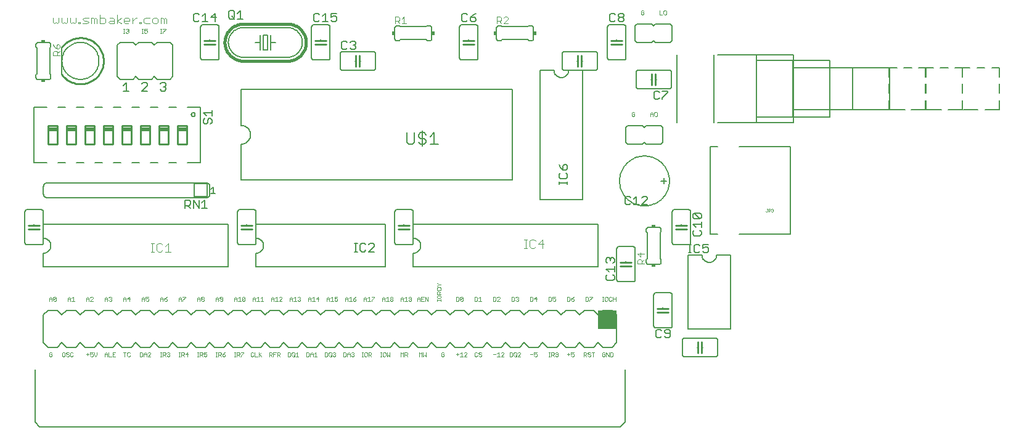
<source format=gto>
G75*
%MOIN*%
%OFA0B0*%
%FSLAX24Y24*%
%IPPOS*%
%LPD*%
%AMOC8*
5,1,8,0,0,1.08239X$1,22.5*
%
%ADD10C,0.0020*%
%ADD11C,0.0040*%
%ADD12C,0.0080*%
%ADD13C,0.0060*%
%ADD14C,0.0100*%
%ADD15R,0.1000X0.1000*%
%ADD16C,0.0050*%
%ADD17C,0.0070*%
%ADD18R,0.0150X0.0200*%
%ADD19R,0.0200X0.0150*%
%ADD20C,0.0160*%
%ADD21C,0.0010*%
D10*
X001527Y003950D02*
X001600Y003950D01*
X001637Y003987D01*
X001637Y004060D01*
X001563Y004060D01*
X001490Y003987D02*
X001527Y003950D01*
X001490Y003987D02*
X001490Y004133D01*
X001527Y004170D01*
X001600Y004170D01*
X001637Y004133D01*
X002190Y004133D02*
X002227Y004170D01*
X002300Y004170D01*
X002337Y004133D01*
X002337Y003987D01*
X002300Y003950D01*
X002227Y003950D01*
X002190Y003987D01*
X002190Y004133D01*
X002411Y004133D02*
X002411Y004097D01*
X002448Y004060D01*
X002521Y004060D01*
X002558Y004023D01*
X002558Y003987D01*
X002521Y003950D01*
X002448Y003950D01*
X002411Y003987D01*
X002411Y004133D02*
X002448Y004170D01*
X002521Y004170D01*
X002558Y004133D01*
X002632Y004133D02*
X002632Y003987D01*
X002669Y003950D01*
X002742Y003950D01*
X002779Y003987D01*
X002779Y004133D02*
X002742Y004170D01*
X002669Y004170D01*
X002632Y004133D01*
X003490Y004060D02*
X003637Y004060D01*
X003711Y004060D02*
X003711Y004170D01*
X003858Y004170D01*
X003932Y004170D02*
X003932Y004023D01*
X004005Y003950D01*
X004079Y004023D01*
X004079Y004170D01*
X003858Y004060D02*
X003858Y003987D01*
X003821Y003950D01*
X003748Y003950D01*
X003711Y003987D01*
X003711Y004060D02*
X003784Y004097D01*
X003821Y004097D01*
X003858Y004060D01*
X003563Y004133D02*
X003563Y003987D01*
X004490Y003950D02*
X004490Y004097D01*
X004563Y004170D01*
X004637Y004097D01*
X004637Y003950D01*
X004711Y003950D02*
X004858Y003950D01*
X004932Y003950D02*
X005079Y003950D01*
X005005Y004060D02*
X004932Y004060D01*
X004932Y004170D02*
X004932Y003950D01*
X004932Y004170D02*
X005079Y004170D01*
X004711Y004170D02*
X004711Y003950D01*
X004637Y004060D02*
X004490Y004060D01*
X005490Y004170D02*
X005637Y004170D01*
X005563Y004170D02*
X005563Y003950D01*
X005711Y003987D02*
X005748Y003950D01*
X005821Y003950D01*
X005858Y003987D01*
X005858Y004133D02*
X005821Y004170D01*
X005748Y004170D01*
X005711Y004133D01*
X005711Y003987D01*
X006390Y003950D02*
X006500Y003950D01*
X006537Y003987D01*
X006537Y004133D01*
X006500Y004170D01*
X006390Y004170D01*
X006390Y003950D01*
X006611Y003950D02*
X006611Y004097D01*
X006684Y004170D01*
X006758Y004097D01*
X006758Y003950D01*
X006832Y003950D02*
X006979Y004097D01*
X006979Y004133D01*
X006942Y004170D01*
X006869Y004170D01*
X006832Y004133D01*
X006758Y004060D02*
X006611Y004060D01*
X006832Y003950D02*
X006979Y003950D01*
X007490Y003950D02*
X007563Y003950D01*
X007527Y003950D02*
X007527Y004170D01*
X007563Y004170D02*
X007490Y004170D01*
X007637Y004170D02*
X007747Y004170D01*
X007784Y004133D01*
X007784Y004060D01*
X007747Y004023D01*
X007637Y004023D01*
X007637Y003950D02*
X007637Y004170D01*
X007711Y004023D02*
X007784Y003950D01*
X007858Y003987D02*
X007895Y003950D01*
X007968Y003950D01*
X008005Y003987D01*
X008005Y004023D01*
X007968Y004060D01*
X007932Y004060D01*
X007968Y004060D02*
X008005Y004097D01*
X008005Y004133D01*
X007968Y004170D01*
X007895Y004170D01*
X007858Y004133D01*
X008490Y004170D02*
X008563Y004170D01*
X008527Y004170D02*
X008527Y003950D01*
X008563Y003950D02*
X008490Y003950D01*
X008637Y003950D02*
X008637Y004170D01*
X008747Y004170D01*
X008784Y004133D01*
X008784Y004060D01*
X008747Y004023D01*
X008637Y004023D01*
X008711Y004023D02*
X008784Y003950D01*
X008858Y004060D02*
X009005Y004060D01*
X008968Y003950D02*
X008968Y004170D01*
X008858Y004060D01*
X009490Y003950D02*
X009563Y003950D01*
X009527Y003950D02*
X009527Y004170D01*
X009563Y004170D02*
X009490Y004170D01*
X009637Y004170D02*
X009637Y003950D01*
X009637Y004023D02*
X009747Y004023D01*
X009784Y004060D01*
X009784Y004133D01*
X009747Y004170D01*
X009637Y004170D01*
X009711Y004023D02*
X009784Y003950D01*
X009858Y003987D02*
X009895Y003950D01*
X009968Y003950D01*
X010005Y003987D01*
X010005Y004060D01*
X009968Y004097D01*
X009932Y004097D01*
X009858Y004060D01*
X009858Y004170D01*
X010005Y004170D01*
X010490Y004170D02*
X010563Y004170D01*
X010527Y004170D02*
X010527Y003950D01*
X010563Y003950D02*
X010490Y003950D01*
X010637Y003950D02*
X010637Y004170D01*
X010747Y004170D01*
X010784Y004133D01*
X010784Y004060D01*
X010747Y004023D01*
X010637Y004023D01*
X010711Y004023D02*
X010784Y003950D01*
X010858Y003987D02*
X010895Y003950D01*
X010968Y003950D01*
X011005Y003987D01*
X011005Y004023D01*
X010968Y004060D01*
X010858Y004060D01*
X010858Y003987D01*
X010858Y004060D02*
X010932Y004133D01*
X011005Y004170D01*
X011490Y004170D02*
X011563Y004170D01*
X011527Y004170D02*
X011527Y003950D01*
X011563Y003950D02*
X011490Y003950D01*
X011637Y003950D02*
X011637Y004170D01*
X011747Y004170D01*
X011784Y004133D01*
X011784Y004060D01*
X011747Y004023D01*
X011637Y004023D01*
X011711Y004023D02*
X011784Y003950D01*
X011858Y003950D02*
X011858Y003987D01*
X012005Y004133D01*
X012005Y004170D01*
X011858Y004170D01*
X012390Y004133D02*
X012390Y003987D01*
X012427Y003950D01*
X012500Y003950D01*
X012537Y003987D01*
X012611Y003950D02*
X012758Y003950D01*
X012832Y003950D02*
X012832Y004170D01*
X012869Y004060D02*
X012979Y003950D01*
X012832Y004023D02*
X012979Y004170D01*
X012611Y004170D02*
X012611Y003950D01*
X012537Y004133D02*
X012500Y004170D01*
X012427Y004170D01*
X012390Y004133D01*
X013390Y004170D02*
X013390Y003950D01*
X013390Y004023D02*
X013500Y004023D01*
X013537Y004060D01*
X013537Y004133D01*
X013500Y004170D01*
X013390Y004170D01*
X013463Y004023D02*
X013537Y003950D01*
X013611Y003950D02*
X013611Y004170D01*
X013758Y004170D01*
X013832Y004170D02*
X013832Y003950D01*
X013832Y004023D02*
X013942Y004023D01*
X013979Y004060D01*
X013979Y004133D01*
X013942Y004170D01*
X013832Y004170D01*
X013905Y004023D02*
X013979Y003950D01*
X013684Y004060D02*
X013611Y004060D01*
X014390Y003950D02*
X014500Y003950D01*
X014537Y003987D01*
X014537Y004133D01*
X014500Y004170D01*
X014390Y004170D01*
X014390Y003950D01*
X014611Y003987D02*
X014648Y003950D01*
X014721Y003950D01*
X014758Y003987D01*
X014758Y004133D01*
X014721Y004170D01*
X014648Y004170D01*
X014611Y004133D01*
X014611Y003987D01*
X014684Y004023D02*
X014758Y003950D01*
X014832Y003950D02*
X014979Y003950D01*
X014905Y003950D02*
X014905Y004170D01*
X014832Y004097D01*
X015390Y004170D02*
X015390Y003950D01*
X015500Y003950D01*
X015537Y003987D01*
X015537Y004133D01*
X015500Y004170D01*
X015390Y004170D01*
X015611Y004097D02*
X015684Y004170D01*
X015758Y004097D01*
X015758Y003950D01*
X015832Y003950D02*
X015979Y003950D01*
X015905Y003950D02*
X015905Y004170D01*
X015832Y004097D01*
X015758Y004060D02*
X015611Y004060D01*
X015611Y004097D02*
X015611Y003950D01*
X016390Y003950D02*
X016390Y004170D01*
X016500Y004170D01*
X016537Y004133D01*
X016537Y003987D01*
X016500Y003950D01*
X016390Y003950D01*
X016611Y003987D02*
X016648Y003950D01*
X016721Y003950D01*
X016758Y003987D01*
X016758Y004133D01*
X016721Y004170D01*
X016648Y004170D01*
X016611Y004133D01*
X016611Y003987D01*
X016684Y004023D02*
X016758Y003950D01*
X016832Y003987D02*
X016869Y003950D01*
X016942Y003950D01*
X016979Y003987D01*
X016979Y004023D01*
X016942Y004060D01*
X016905Y004060D01*
X016942Y004060D02*
X016979Y004097D01*
X016979Y004133D01*
X016942Y004170D01*
X016869Y004170D01*
X016832Y004133D01*
X017390Y004170D02*
X017500Y004170D01*
X017537Y004133D01*
X017537Y003987D01*
X017500Y003950D01*
X017390Y003950D01*
X017390Y004170D01*
X017611Y004097D02*
X017684Y004170D01*
X017758Y004097D01*
X017758Y003950D01*
X017832Y003987D02*
X017869Y003950D01*
X017942Y003950D01*
X017979Y003987D01*
X017979Y004023D01*
X017942Y004060D01*
X017905Y004060D01*
X017942Y004060D02*
X017979Y004097D01*
X017979Y004133D01*
X017942Y004170D01*
X017869Y004170D01*
X017832Y004133D01*
X017758Y004060D02*
X017611Y004060D01*
X017611Y004097D02*
X017611Y003950D01*
X018390Y003950D02*
X018463Y003950D01*
X018427Y003950D02*
X018427Y004170D01*
X018463Y004170D02*
X018390Y004170D01*
X018537Y004133D02*
X018537Y003987D01*
X018574Y003950D01*
X018647Y003950D01*
X018684Y003987D01*
X018684Y004133D01*
X018647Y004170D01*
X018574Y004170D01*
X018537Y004133D01*
X018758Y004170D02*
X018868Y004170D01*
X018905Y004133D01*
X018905Y004060D01*
X018868Y004023D01*
X018758Y004023D01*
X018758Y003950D02*
X018758Y004170D01*
X018832Y004023D02*
X018905Y003950D01*
X019390Y003950D02*
X019463Y003950D01*
X019427Y003950D02*
X019427Y004170D01*
X019463Y004170D02*
X019390Y004170D01*
X019537Y004133D02*
X019574Y004170D01*
X019647Y004170D01*
X019684Y004133D01*
X019684Y003987D01*
X019647Y003950D01*
X019574Y003950D01*
X019537Y003987D01*
X019537Y004133D01*
X019758Y004170D02*
X019758Y003950D01*
X019832Y004023D01*
X019905Y003950D01*
X019905Y004170D01*
X020490Y004170D02*
X020563Y004097D01*
X020637Y004170D01*
X020637Y003950D01*
X020711Y003950D02*
X020711Y004170D01*
X020821Y004170D01*
X020858Y004133D01*
X020858Y004060D01*
X020821Y004023D01*
X020711Y004023D01*
X020784Y004023D02*
X020858Y003950D01*
X020490Y003950D02*
X020490Y004170D01*
X021490Y004170D02*
X021563Y004097D01*
X021637Y004170D01*
X021637Y003950D01*
X021711Y003950D02*
X021784Y004023D01*
X021858Y003950D01*
X021858Y004170D01*
X021711Y004170D02*
X021711Y003950D01*
X021490Y003950D02*
X021490Y004170D01*
X022690Y004133D02*
X022690Y003987D01*
X022727Y003950D01*
X022800Y003950D01*
X022837Y003987D01*
X022837Y004060D01*
X022763Y004060D01*
X022690Y004133D02*
X022727Y004170D01*
X022800Y004170D01*
X022837Y004133D01*
X023490Y004060D02*
X023637Y004060D01*
X023711Y004097D02*
X023784Y004170D01*
X023784Y003950D01*
X023711Y003950D02*
X023858Y003950D01*
X023932Y003950D02*
X024079Y004097D01*
X024079Y004133D01*
X024042Y004170D01*
X023969Y004170D01*
X023932Y004133D01*
X023932Y003950D02*
X024079Y003950D01*
X024490Y003987D02*
X024527Y003950D01*
X024600Y003950D01*
X024637Y003987D01*
X024711Y003987D02*
X024748Y003950D01*
X024821Y003950D01*
X024858Y003987D01*
X024858Y004023D01*
X024821Y004060D01*
X024748Y004060D01*
X024711Y004097D01*
X024711Y004133D01*
X024748Y004170D01*
X024821Y004170D01*
X024858Y004133D01*
X024637Y004133D02*
X024600Y004170D01*
X024527Y004170D01*
X024490Y004133D01*
X024490Y003987D01*
X023563Y003987D02*
X023563Y004133D01*
X025490Y004060D02*
X025637Y004060D01*
X025711Y004097D02*
X025784Y004170D01*
X025784Y003950D01*
X025711Y003950D02*
X025858Y003950D01*
X025932Y003950D02*
X026079Y004097D01*
X026079Y004133D01*
X026042Y004170D01*
X025969Y004170D01*
X025932Y004133D01*
X025932Y003950D02*
X026079Y003950D01*
X026390Y003950D02*
X026500Y003950D01*
X026537Y003987D01*
X026537Y004133D01*
X026500Y004170D01*
X026390Y004170D01*
X026390Y003950D01*
X026611Y003987D02*
X026648Y003950D01*
X026721Y003950D01*
X026758Y003987D01*
X026758Y004133D01*
X026721Y004170D01*
X026648Y004170D01*
X026611Y004133D01*
X026611Y003987D01*
X026684Y004023D02*
X026758Y003950D01*
X026832Y003950D02*
X026979Y004097D01*
X026979Y004133D01*
X026942Y004170D01*
X026869Y004170D01*
X026832Y004133D01*
X026832Y003950D02*
X026979Y003950D01*
X027490Y004060D02*
X027637Y004060D01*
X027711Y004060D02*
X027784Y004097D01*
X027821Y004097D01*
X027858Y004060D01*
X027858Y003987D01*
X027821Y003950D01*
X027748Y003950D01*
X027711Y003987D01*
X027711Y004060D02*
X027711Y004170D01*
X027858Y004170D01*
X028490Y004170D02*
X028563Y004170D01*
X028527Y004170D02*
X028527Y003950D01*
X028563Y003950D02*
X028490Y003950D01*
X028637Y003950D02*
X028637Y004170D01*
X028747Y004170D01*
X028784Y004133D01*
X028784Y004060D01*
X028747Y004023D01*
X028637Y004023D01*
X028711Y004023D02*
X028784Y003950D01*
X028858Y003987D02*
X028895Y003950D01*
X028968Y003950D01*
X029005Y003987D01*
X029005Y004133D01*
X028968Y004170D01*
X028895Y004170D01*
X028858Y004133D01*
X028858Y004097D01*
X028895Y004060D01*
X029005Y004060D01*
X029490Y004060D02*
X029637Y004060D01*
X029711Y004060D02*
X029711Y004170D01*
X029858Y004170D01*
X029821Y004097D02*
X029858Y004060D01*
X029858Y003987D01*
X029821Y003950D01*
X029748Y003950D01*
X029711Y003987D01*
X029711Y004060D02*
X029784Y004097D01*
X029821Y004097D01*
X029563Y004133D02*
X029563Y003987D01*
X030390Y004023D02*
X030500Y004023D01*
X030537Y004060D01*
X030537Y004133D01*
X030500Y004170D01*
X030390Y004170D01*
X030390Y003950D01*
X030463Y004023D02*
X030537Y003950D01*
X030611Y003987D02*
X030648Y003950D01*
X030721Y003950D01*
X030758Y003987D01*
X030758Y004023D01*
X030721Y004060D01*
X030648Y004060D01*
X030611Y004097D01*
X030611Y004133D01*
X030648Y004170D01*
X030721Y004170D01*
X030758Y004133D01*
X030832Y004170D02*
X030979Y004170D01*
X030905Y004170D02*
X030905Y003950D01*
X031390Y003987D02*
X031427Y003950D01*
X031500Y003950D01*
X031537Y003987D01*
X031537Y004060D01*
X031463Y004060D01*
X031390Y004133D02*
X031390Y003987D01*
X031390Y004133D02*
X031427Y004170D01*
X031500Y004170D01*
X031537Y004133D01*
X031611Y004170D02*
X031758Y003950D01*
X031758Y004170D01*
X031832Y004170D02*
X031832Y003950D01*
X031942Y003950D01*
X031979Y003987D01*
X031979Y004133D01*
X031942Y004170D01*
X031832Y004170D01*
X031611Y004170D02*
X031611Y003950D01*
X031647Y006950D02*
X031684Y006987D01*
X031684Y007133D01*
X031647Y007170D01*
X031574Y007170D01*
X031537Y007133D01*
X031537Y006987D01*
X031574Y006950D01*
X031647Y006950D01*
X031758Y006987D02*
X031795Y006950D01*
X031868Y006950D01*
X031905Y006987D01*
X031979Y006950D02*
X031979Y007170D01*
X031905Y007133D02*
X031868Y007170D01*
X031795Y007170D01*
X031758Y007133D01*
X031758Y006987D01*
X031979Y007060D02*
X032126Y007060D01*
X032126Y007170D02*
X032126Y006950D01*
X031463Y006950D02*
X031390Y006950D01*
X031427Y006950D02*
X031427Y007170D01*
X031463Y007170D02*
X031390Y007170D01*
X030858Y007170D02*
X030858Y007133D01*
X030711Y006987D01*
X030711Y006950D01*
X030637Y006987D02*
X030637Y007133D01*
X030600Y007170D01*
X030490Y007170D01*
X030490Y006950D01*
X030600Y006950D01*
X030637Y006987D01*
X030711Y007170D02*
X030858Y007170D01*
X029858Y007170D02*
X029784Y007133D01*
X029711Y007060D01*
X029821Y007060D01*
X029858Y007023D01*
X029858Y006987D01*
X029821Y006950D01*
X029748Y006950D01*
X029711Y006987D01*
X029711Y007060D01*
X029637Y006987D02*
X029637Y007133D01*
X029600Y007170D01*
X029490Y007170D01*
X029490Y006950D01*
X029600Y006950D01*
X029637Y006987D01*
X028858Y006987D02*
X028821Y006950D01*
X028748Y006950D01*
X028711Y006987D01*
X028711Y007060D02*
X028784Y007097D01*
X028821Y007097D01*
X028858Y007060D01*
X028858Y006987D01*
X028711Y007060D02*
X028711Y007170D01*
X028858Y007170D01*
X028637Y007133D02*
X028600Y007170D01*
X028490Y007170D01*
X028490Y006950D01*
X028600Y006950D01*
X028637Y006987D01*
X028637Y007133D01*
X027858Y007060D02*
X027711Y007060D01*
X027821Y007170D01*
X027821Y006950D01*
X027637Y006987D02*
X027637Y007133D01*
X027600Y007170D01*
X027490Y007170D01*
X027490Y006950D01*
X027600Y006950D01*
X027637Y006987D01*
X026858Y006987D02*
X026821Y006950D01*
X026748Y006950D01*
X026711Y006987D01*
X026637Y006987D02*
X026637Y007133D01*
X026600Y007170D01*
X026490Y007170D01*
X026490Y006950D01*
X026600Y006950D01*
X026637Y006987D01*
X026711Y007133D02*
X026748Y007170D01*
X026821Y007170D01*
X026858Y007133D01*
X026858Y007097D01*
X026821Y007060D01*
X026858Y007023D01*
X026858Y006987D01*
X026821Y007060D02*
X026784Y007060D01*
X025858Y007097D02*
X025858Y007133D01*
X025821Y007170D01*
X025748Y007170D01*
X025711Y007133D01*
X025637Y007133D02*
X025600Y007170D01*
X025490Y007170D01*
X025490Y006950D01*
X025600Y006950D01*
X025637Y006987D01*
X025637Y007133D01*
X025711Y006950D02*
X025858Y007097D01*
X025858Y006950D02*
X025711Y006950D01*
X024858Y006950D02*
X024711Y006950D01*
X024784Y006950D02*
X024784Y007170D01*
X024711Y007097D01*
X024637Y007133D02*
X024600Y007170D01*
X024490Y007170D01*
X024490Y006950D01*
X024600Y006950D01*
X024637Y006987D01*
X024637Y007133D01*
X023858Y007133D02*
X023711Y006987D01*
X023748Y006950D01*
X023821Y006950D01*
X023858Y006987D01*
X023858Y007133D01*
X023821Y007170D01*
X023748Y007170D01*
X023711Y007133D01*
X023711Y006987D01*
X023637Y006987D02*
X023637Y007133D01*
X023600Y007170D01*
X023490Y007170D01*
X023490Y006950D01*
X023600Y006950D01*
X023637Y006987D01*
X022670Y006987D02*
X022450Y006987D01*
X022450Y007023D02*
X022450Y006950D01*
X022487Y007097D02*
X022633Y007097D01*
X022670Y007134D01*
X022670Y007207D01*
X022633Y007244D01*
X022487Y007244D01*
X022450Y007207D01*
X022450Y007134D01*
X022487Y007097D01*
X022670Y007023D02*
X022670Y006950D01*
X022670Y007318D02*
X022450Y007318D01*
X022450Y007428D01*
X022487Y007465D01*
X022560Y007465D01*
X022597Y007428D01*
X022597Y007318D01*
X022597Y007392D02*
X022670Y007465D01*
X022670Y007539D02*
X022670Y007649D01*
X022633Y007686D01*
X022487Y007686D01*
X022450Y007649D01*
X022450Y007539D01*
X022670Y007539D01*
X022487Y007760D02*
X022560Y007834D01*
X022670Y007834D01*
X022560Y007834D02*
X022487Y007907D01*
X022450Y007907D01*
X022450Y007760D02*
X022487Y007760D01*
X021979Y007170D02*
X021979Y006950D01*
X021832Y007170D01*
X021832Y006950D01*
X021758Y006950D02*
X021611Y006950D01*
X021611Y007170D01*
X021758Y007170D01*
X021684Y007060D02*
X021611Y007060D01*
X021537Y007060D02*
X021390Y007060D01*
X021390Y007097D02*
X021463Y007170D01*
X021537Y007097D01*
X021537Y006950D01*
X021390Y006950D02*
X021390Y007097D01*
X021079Y007133D02*
X021042Y007170D01*
X020969Y007170D01*
X020932Y007133D01*
X020932Y007097D01*
X020969Y007060D01*
X021079Y007060D01*
X021079Y006987D02*
X021079Y007133D01*
X021079Y006987D02*
X021042Y006950D01*
X020969Y006950D01*
X020932Y006987D01*
X020858Y006950D02*
X020711Y006950D01*
X020784Y006950D02*
X020784Y007170D01*
X020711Y007097D01*
X020637Y007097D02*
X020563Y007170D01*
X020490Y007097D01*
X020490Y006950D01*
X020490Y007060D02*
X020637Y007060D01*
X020637Y007097D02*
X020637Y006950D01*
X020079Y006987D02*
X020042Y006950D01*
X019969Y006950D01*
X019932Y006987D01*
X019932Y007023D01*
X019969Y007060D01*
X020042Y007060D01*
X020079Y007023D01*
X020079Y006987D01*
X020042Y007060D02*
X020079Y007097D01*
X020079Y007133D01*
X020042Y007170D01*
X019969Y007170D01*
X019932Y007133D01*
X019932Y007097D01*
X019969Y007060D01*
X019858Y006950D02*
X019711Y006950D01*
X019784Y006950D02*
X019784Y007170D01*
X019711Y007097D01*
X019637Y007097D02*
X019637Y006950D01*
X019637Y007060D02*
X019490Y007060D01*
X019490Y007097D02*
X019563Y007170D01*
X019637Y007097D01*
X019490Y007097D02*
X019490Y006950D01*
X019079Y007133D02*
X018932Y006987D01*
X018932Y006950D01*
X018858Y006950D02*
X018711Y006950D01*
X018784Y006950D02*
X018784Y007170D01*
X018711Y007097D01*
X018637Y007097D02*
X018637Y006950D01*
X018637Y007060D02*
X018490Y007060D01*
X018490Y007097D02*
X018563Y007170D01*
X018637Y007097D01*
X018490Y007097D02*
X018490Y006950D01*
X018079Y006987D02*
X018079Y007023D01*
X018042Y007060D01*
X017932Y007060D01*
X017932Y006987D01*
X017969Y006950D01*
X018042Y006950D01*
X018079Y006987D01*
X018005Y007133D02*
X018079Y007170D01*
X018005Y007133D02*
X017932Y007060D01*
X017858Y006950D02*
X017711Y006950D01*
X017784Y006950D02*
X017784Y007170D01*
X017711Y007097D01*
X017637Y007097D02*
X017637Y006950D01*
X017637Y007060D02*
X017490Y007060D01*
X017490Y007097D02*
X017563Y007170D01*
X017637Y007097D01*
X017490Y007097D02*
X017490Y006950D01*
X017079Y006987D02*
X017042Y006950D01*
X016969Y006950D01*
X016932Y006987D01*
X016932Y007060D02*
X017005Y007097D01*
X017042Y007097D01*
X017079Y007060D01*
X017079Y006987D01*
X016932Y007060D02*
X016932Y007170D01*
X017079Y007170D01*
X016784Y007170D02*
X016784Y006950D01*
X016711Y006950D02*
X016858Y006950D01*
X016711Y007097D02*
X016784Y007170D01*
X016637Y007097D02*
X016563Y007170D01*
X016490Y007097D01*
X016490Y006950D01*
X016490Y007060D02*
X016637Y007060D01*
X016637Y007097D02*
X016637Y006950D01*
X016079Y007060D02*
X015932Y007060D01*
X016042Y007170D01*
X016042Y006950D01*
X015858Y006950D02*
X015711Y006950D01*
X015784Y006950D02*
X015784Y007170D01*
X015711Y007097D01*
X015637Y007097D02*
X015637Y006950D01*
X015637Y007060D02*
X015490Y007060D01*
X015490Y007097D02*
X015563Y007170D01*
X015637Y007097D01*
X015490Y007097D02*
X015490Y006950D01*
X015079Y006987D02*
X015042Y006950D01*
X014969Y006950D01*
X014932Y006987D01*
X014858Y006950D02*
X014711Y006950D01*
X014784Y006950D02*
X014784Y007170D01*
X014711Y007097D01*
X014637Y007097D02*
X014637Y006950D01*
X014637Y007060D02*
X014490Y007060D01*
X014490Y007097D02*
X014563Y007170D01*
X014637Y007097D01*
X014490Y007097D02*
X014490Y006950D01*
X014079Y006950D02*
X013932Y006950D01*
X014079Y007097D01*
X014079Y007133D01*
X014042Y007170D01*
X013969Y007170D01*
X013932Y007133D01*
X013784Y007170D02*
X013784Y006950D01*
X013711Y006950D02*
X013858Y006950D01*
X013711Y007097D02*
X013784Y007170D01*
X013637Y007097D02*
X013637Y006950D01*
X013637Y007060D02*
X013490Y007060D01*
X013490Y007097D02*
X013563Y007170D01*
X013637Y007097D01*
X013490Y007097D02*
X013490Y006950D01*
X013079Y006950D02*
X012932Y006950D01*
X013005Y006950D02*
X013005Y007170D01*
X012932Y007097D01*
X012858Y006950D02*
X012711Y006950D01*
X012784Y006950D02*
X012784Y007170D01*
X012711Y007097D01*
X012637Y007097D02*
X012637Y006950D01*
X012637Y007060D02*
X012490Y007060D01*
X012490Y007097D02*
X012563Y007170D01*
X012637Y007097D01*
X012490Y007097D02*
X012490Y006950D01*
X012079Y006987D02*
X012042Y006950D01*
X011969Y006950D01*
X011932Y006987D01*
X012079Y007133D01*
X012079Y006987D01*
X012079Y007133D02*
X012042Y007170D01*
X011969Y007170D01*
X011932Y007133D01*
X011932Y006987D01*
X011858Y006950D02*
X011711Y006950D01*
X011784Y006950D02*
X011784Y007170D01*
X011711Y007097D01*
X011637Y007097D02*
X011563Y007170D01*
X011490Y007097D01*
X011490Y006950D01*
X011490Y007060D02*
X011637Y007060D01*
X011637Y007097D02*
X011637Y006950D01*
X010858Y006987D02*
X010858Y007133D01*
X010821Y007170D01*
X010748Y007170D01*
X010711Y007133D01*
X010711Y007097D01*
X010748Y007060D01*
X010858Y007060D01*
X010858Y006987D02*
X010821Y006950D01*
X010748Y006950D01*
X010711Y006987D01*
X010637Y006950D02*
X010637Y007097D01*
X010563Y007170D01*
X010490Y007097D01*
X010490Y006950D01*
X010490Y007060D02*
X010637Y007060D01*
X009858Y007023D02*
X009858Y006987D01*
X009821Y006950D01*
X009748Y006950D01*
X009711Y006987D01*
X009711Y007023D01*
X009748Y007060D01*
X009821Y007060D01*
X009858Y007023D01*
X009821Y007060D02*
X009858Y007097D01*
X009858Y007133D01*
X009821Y007170D01*
X009748Y007170D01*
X009711Y007133D01*
X009711Y007097D01*
X009748Y007060D01*
X009637Y007060D02*
X009490Y007060D01*
X009490Y007097D02*
X009563Y007170D01*
X009637Y007097D01*
X009637Y006950D01*
X009490Y006950D02*
X009490Y007097D01*
X008858Y007133D02*
X008858Y007170D01*
X008711Y007170D01*
X008637Y007097D02*
X008563Y007170D01*
X008490Y007097D01*
X008490Y006950D01*
X008490Y007060D02*
X008637Y007060D01*
X008637Y007097D02*
X008637Y006950D01*
X008711Y006950D02*
X008711Y006987D01*
X008858Y007133D01*
X007858Y007170D02*
X007784Y007133D01*
X007711Y007060D01*
X007821Y007060D01*
X007858Y007023D01*
X007858Y006987D01*
X007821Y006950D01*
X007748Y006950D01*
X007711Y006987D01*
X007711Y007060D01*
X007637Y007060D02*
X007490Y007060D01*
X007490Y007097D02*
X007563Y007170D01*
X007637Y007097D01*
X007637Y006950D01*
X007490Y006950D02*
X007490Y007097D01*
X006858Y007060D02*
X006858Y006987D01*
X006821Y006950D01*
X006748Y006950D01*
X006711Y006987D01*
X006711Y007060D02*
X006784Y007097D01*
X006821Y007097D01*
X006858Y007060D01*
X006858Y007170D02*
X006711Y007170D01*
X006711Y007060D01*
X006637Y007060D02*
X006490Y007060D01*
X006490Y007097D02*
X006563Y007170D01*
X006637Y007097D01*
X006637Y006950D01*
X006490Y006950D02*
X006490Y007097D01*
X005858Y007060D02*
X005711Y007060D01*
X005821Y007170D01*
X005821Y006950D01*
X005637Y006950D02*
X005637Y007097D01*
X005563Y007170D01*
X005490Y007097D01*
X005490Y006950D01*
X005490Y007060D02*
X005637Y007060D01*
X004858Y007023D02*
X004858Y006987D01*
X004821Y006950D01*
X004748Y006950D01*
X004711Y006987D01*
X004637Y006950D02*
X004637Y007097D01*
X004563Y007170D01*
X004490Y007097D01*
X004490Y006950D01*
X004490Y007060D02*
X004637Y007060D01*
X004711Y007133D02*
X004748Y007170D01*
X004821Y007170D01*
X004858Y007133D01*
X004858Y007097D01*
X004821Y007060D01*
X004858Y007023D01*
X004821Y007060D02*
X004784Y007060D01*
X003858Y007097D02*
X003858Y007133D01*
X003821Y007170D01*
X003748Y007170D01*
X003711Y007133D01*
X003637Y007097D02*
X003563Y007170D01*
X003490Y007097D01*
X003490Y006950D01*
X003490Y007060D02*
X003637Y007060D01*
X003637Y007097D02*
X003637Y006950D01*
X003711Y006950D02*
X003858Y007097D01*
X003858Y006950D02*
X003711Y006950D01*
X002858Y006950D02*
X002711Y006950D01*
X002784Y006950D02*
X002784Y007170D01*
X002711Y007097D01*
X002637Y007097D02*
X002563Y007170D01*
X002490Y007097D01*
X002490Y006950D01*
X002490Y007060D02*
X002637Y007060D01*
X002637Y007097D02*
X002637Y006950D01*
X001858Y006987D02*
X001821Y006950D01*
X001748Y006950D01*
X001711Y006987D01*
X001858Y007133D01*
X001858Y006987D01*
X001858Y007133D02*
X001821Y007170D01*
X001748Y007170D01*
X001711Y007133D01*
X001711Y006987D01*
X001637Y006950D02*
X001637Y007097D01*
X001563Y007170D01*
X001490Y007097D01*
X001490Y006950D01*
X001490Y007060D02*
X001637Y007060D01*
X014932Y007133D02*
X014969Y007170D01*
X015042Y007170D01*
X015079Y007133D01*
X015079Y007097D01*
X015042Y007060D01*
X015079Y007023D01*
X015079Y006987D01*
X015042Y007060D02*
X015005Y007060D01*
X018932Y007170D02*
X019079Y007170D01*
X019079Y007133D01*
X032990Y016987D02*
X033027Y016950D01*
X033100Y016950D01*
X033137Y016987D01*
X033137Y017060D01*
X033063Y017060D01*
X032990Y017133D02*
X032990Y016987D01*
X032990Y017133D02*
X033027Y017170D01*
X033100Y017170D01*
X033137Y017133D01*
X033990Y017097D02*
X034063Y017170D01*
X034137Y017097D01*
X034137Y016950D01*
X034211Y016987D02*
X034248Y016950D01*
X034321Y016950D01*
X034358Y016987D01*
X034358Y017133D01*
X034321Y017170D01*
X034248Y017170D01*
X034211Y017133D01*
X034211Y016987D01*
X034137Y017060D02*
X033990Y017060D01*
X033990Y017097D02*
X033990Y016950D01*
X033600Y022450D02*
X033637Y022487D01*
X033637Y022560D01*
X033563Y022560D01*
X033490Y022487D02*
X033527Y022450D01*
X033600Y022450D01*
X033490Y022487D02*
X033490Y022633D01*
X033527Y022670D01*
X033600Y022670D01*
X033637Y022633D01*
X034490Y022670D02*
X034490Y022450D01*
X034637Y022450D01*
X034711Y022487D02*
X034748Y022450D01*
X034821Y022450D01*
X034858Y022487D01*
X034858Y022633D01*
X034821Y022670D01*
X034748Y022670D01*
X034711Y022633D01*
X034711Y022487D01*
X007784Y021670D02*
X007784Y021633D01*
X007637Y021487D01*
X007637Y021450D01*
X007563Y021450D02*
X007490Y021450D01*
X007527Y021450D02*
X007527Y021670D01*
X007563Y021670D02*
X007490Y021670D01*
X007637Y021670D02*
X007784Y021670D01*
X006784Y021670D02*
X006637Y021670D01*
X006637Y021560D01*
X006711Y021597D01*
X006747Y021597D01*
X006784Y021560D01*
X006784Y021487D01*
X006747Y021450D01*
X006674Y021450D01*
X006637Y021487D01*
X006563Y021450D02*
X006490Y021450D01*
X006527Y021450D02*
X006527Y021670D01*
X006563Y021670D02*
X006490Y021670D01*
X005784Y021633D02*
X005784Y021597D01*
X005747Y021560D01*
X005784Y021523D01*
X005784Y021487D01*
X005747Y021450D01*
X005674Y021450D01*
X005637Y021487D01*
X005563Y021450D02*
X005490Y021450D01*
X005527Y021450D02*
X005527Y021670D01*
X005563Y021670D02*
X005490Y021670D01*
X005637Y021633D02*
X005674Y021670D01*
X005747Y021670D01*
X005784Y021633D01*
X005747Y021560D02*
X005711Y021560D01*
D11*
X005767Y021960D02*
X005613Y021960D01*
X005537Y022037D01*
X005537Y022190D01*
X005613Y022267D01*
X005767Y022267D01*
X005844Y022190D01*
X005844Y022113D01*
X005537Y022113D01*
X005383Y021960D02*
X005153Y022113D01*
X005383Y022267D01*
X005153Y022420D02*
X005153Y021960D01*
X004999Y021960D02*
X004769Y021960D01*
X004693Y022037D01*
X004769Y022113D01*
X004999Y022113D01*
X004999Y022190D02*
X004999Y021960D01*
X004999Y022190D02*
X004923Y022267D01*
X004769Y022267D01*
X004539Y022190D02*
X004462Y022267D01*
X004232Y022267D01*
X004232Y022420D02*
X004232Y021960D01*
X004462Y021960D01*
X004539Y022037D01*
X004539Y022190D01*
X004079Y022190D02*
X004079Y021960D01*
X003925Y021960D02*
X003925Y022190D01*
X004002Y022267D01*
X004079Y022190D01*
X003925Y022190D02*
X003848Y022267D01*
X003772Y022267D01*
X003772Y021960D01*
X003618Y022037D02*
X003542Y022113D01*
X003388Y022113D01*
X003311Y022190D01*
X003388Y022267D01*
X003618Y022267D01*
X003618Y022037D02*
X003542Y021960D01*
X003311Y021960D01*
X003158Y021960D02*
X003158Y022037D01*
X003081Y022037D01*
X003081Y021960D01*
X003158Y021960D01*
X002928Y022037D02*
X002851Y021960D01*
X002774Y022037D01*
X002698Y021960D01*
X002621Y022037D01*
X002621Y022267D01*
X002467Y022267D02*
X002467Y022037D01*
X002391Y021960D01*
X002314Y022037D01*
X002237Y021960D01*
X002160Y022037D01*
X002160Y022267D01*
X002007Y022267D02*
X002007Y022037D01*
X001930Y021960D01*
X001853Y022037D01*
X001777Y021960D01*
X001700Y022037D01*
X001700Y022267D01*
X002928Y022267D02*
X002928Y022037D01*
X002002Y020834D02*
X001943Y020834D01*
X001885Y020776D01*
X001885Y020601D01*
X002002Y020601D01*
X002060Y020659D01*
X002060Y020776D01*
X002002Y020834D01*
X001885Y020601D02*
X001768Y020718D01*
X001710Y020834D01*
X001768Y020475D02*
X001885Y020475D01*
X001943Y020417D01*
X001943Y020242D01*
X001943Y020359D02*
X002060Y020475D01*
X002060Y020242D02*
X001710Y020242D01*
X001710Y020417D01*
X001768Y020475D01*
X005997Y021960D02*
X005997Y022267D01*
X006150Y022267D02*
X006227Y022267D01*
X006150Y022267D02*
X005997Y022113D01*
X006381Y022037D02*
X006381Y021960D01*
X006457Y021960D01*
X006457Y022037D01*
X006381Y022037D01*
X006611Y022037D02*
X006688Y021960D01*
X006918Y021960D01*
X007071Y022037D02*
X007148Y021960D01*
X007301Y021960D01*
X007378Y022037D01*
X007378Y022190D01*
X007301Y022267D01*
X007148Y022267D01*
X007071Y022190D01*
X007071Y022037D01*
X006918Y022267D02*
X006688Y022267D01*
X006611Y022190D01*
X006611Y022037D01*
X007532Y021960D02*
X007532Y022267D01*
X007608Y022267D01*
X007685Y022190D01*
X007762Y022267D01*
X007839Y022190D01*
X007839Y021960D01*
X007685Y021960D02*
X007685Y022190D01*
X020200Y022087D02*
X020375Y022087D01*
X020434Y022145D01*
X020434Y022262D01*
X020375Y022320D01*
X020200Y022320D01*
X020200Y021970D01*
X020317Y022087D02*
X020434Y021970D01*
X020559Y021970D02*
X020793Y021970D01*
X020676Y021970D02*
X020676Y022320D01*
X020559Y022204D01*
X025700Y022320D02*
X025700Y021970D01*
X025700Y022087D02*
X025875Y022087D01*
X025934Y022145D01*
X025934Y022262D01*
X025875Y022320D01*
X025700Y022320D01*
X025817Y022087D02*
X025934Y021970D01*
X026059Y021970D02*
X026293Y022204D01*
X026293Y022262D01*
X026234Y022320D01*
X026117Y022320D01*
X026059Y022262D01*
X026059Y021970D02*
X026293Y021970D01*
X027172Y010270D02*
X027326Y010270D01*
X027249Y010270D02*
X027249Y009810D01*
X027172Y009810D02*
X027326Y009810D01*
X027479Y009887D02*
X027556Y009810D01*
X027709Y009810D01*
X027786Y009887D01*
X027940Y010040D02*
X028247Y010040D01*
X028170Y009810D02*
X028170Y010270D01*
X027940Y010040D01*
X027786Y010194D02*
X027709Y010270D01*
X027556Y010270D01*
X027479Y010194D01*
X027479Y009887D01*
X033300Y009494D02*
X033475Y009319D01*
X033475Y009553D01*
X033650Y009494D02*
X033300Y009494D01*
X033358Y009194D02*
X033475Y009194D01*
X033533Y009135D01*
X033533Y008960D01*
X033533Y009077D02*
X033650Y009194D01*
X033650Y008960D02*
X033300Y008960D01*
X033300Y009135D01*
X033358Y009194D01*
X008074Y009610D02*
X007767Y009610D01*
X007921Y009610D02*
X007921Y010070D01*
X007767Y009917D01*
X007614Y009994D02*
X007537Y010070D01*
X007384Y010070D01*
X007307Y009994D01*
X007307Y009687D01*
X007384Y009610D01*
X007537Y009610D01*
X007614Y009687D01*
X007153Y009610D02*
X007000Y009610D01*
X007077Y009610D02*
X007077Y010070D01*
X007153Y010070D02*
X007000Y010070D01*
D12*
X000730Y000390D02*
X000980Y000140D01*
X032380Y000140D01*
X032630Y000390D01*
X032630Y003240D01*
X037227Y010578D02*
X037621Y010578D01*
X037227Y010578D02*
X037227Y015302D01*
X037621Y015302D01*
X038802Y015302D02*
X041558Y015302D01*
X041558Y010578D01*
X038802Y010578D01*
X039633Y016609D02*
X041727Y016609D01*
X041727Y020271D01*
X039633Y020271D01*
X039727Y020271D02*
X037633Y020271D01*
X037436Y020271D02*
X037436Y016609D01*
X037633Y016609D02*
X039727Y016609D01*
X039727Y020271D01*
X039767Y019975D02*
X041696Y019975D01*
X041696Y016905D01*
X039767Y016905D01*
X041767Y016905D02*
X043696Y016905D01*
X043696Y019975D01*
X041767Y019975D01*
X041735Y019582D02*
X044944Y019582D01*
X045337Y019582D01*
X044944Y019582D02*
X044944Y017298D01*
X041735Y017298D01*
X043735Y017298D02*
X046944Y017298D01*
X046944Y019582D01*
X047337Y019582D01*
X047306Y019582D02*
X046912Y019582D01*
X046912Y019083D01*
X046912Y018689D02*
X046912Y018191D01*
X046912Y017797D02*
X046912Y017298D01*
X046145Y017298D01*
X045751Y017298D02*
X044983Y017298D01*
X046952Y017298D02*
X047719Y017298D01*
X047751Y017298D02*
X046983Y017298D01*
X048113Y017298D02*
X048881Y017298D01*
X048881Y017797D01*
X048912Y017797D02*
X048912Y017298D01*
X048145Y017298D01*
X048920Y017298D02*
X049688Y017298D01*
X049719Y017298D02*
X048952Y017298D01*
X050082Y017298D02*
X050849Y017298D01*
X050849Y017797D01*
X050881Y017797D02*
X050881Y017298D01*
X050113Y017298D01*
X050920Y017298D02*
X051688Y017298D01*
X052082Y017298D02*
X052849Y017298D01*
X052849Y017797D01*
X052849Y018191D02*
X052849Y018689D01*
X052849Y019083D02*
X052849Y019582D01*
X052456Y019582D01*
X052062Y019582D02*
X051668Y019582D01*
X051274Y019582D02*
X050881Y019582D01*
X050881Y019083D01*
X050849Y019083D02*
X050849Y019582D01*
X050456Y019582D01*
X050487Y019582D02*
X050881Y019582D01*
X050093Y019582D02*
X049700Y019582D01*
X049668Y019582D02*
X050062Y019582D01*
X049306Y019582D02*
X048912Y019582D01*
X048912Y019083D01*
X048881Y019083D02*
X048881Y019582D01*
X049274Y019582D01*
X048912Y019582D02*
X048519Y019582D01*
X048487Y019582D02*
X048881Y019582D01*
X048125Y019582D02*
X047731Y019582D01*
X047700Y019582D02*
X048093Y019582D01*
X046944Y019582D02*
X043735Y019582D01*
X045731Y019582D02*
X046125Y019582D01*
X046519Y019582D02*
X046912Y019582D01*
X048881Y018689D02*
X048881Y018191D01*
X048912Y018191D02*
X048912Y018689D01*
X050849Y018689D02*
X050849Y018191D01*
X050881Y018191D02*
X050881Y018689D01*
X035436Y020271D02*
X035436Y016609D01*
X002180Y019190D02*
X002180Y020690D01*
X000730Y003240D02*
X000730Y000390D01*
D13*
X000730Y002440D02*
X000730Y003240D01*
X001430Y004440D02*
X001180Y004690D01*
X001180Y006190D01*
X001430Y006440D01*
X001930Y006440D01*
X002180Y006190D01*
X002430Y006440D01*
X002930Y006440D01*
X003180Y006190D01*
X003430Y006440D01*
X003930Y006440D01*
X004180Y006190D01*
X004430Y006440D01*
X004930Y006440D01*
X005180Y006190D01*
X005430Y006440D01*
X005930Y006440D01*
X006180Y006190D01*
X006430Y006440D01*
X006930Y006440D01*
X007180Y006190D01*
X007430Y006440D01*
X007930Y006440D01*
X008180Y006190D01*
X008430Y006440D01*
X008930Y006440D01*
X009180Y006190D01*
X009430Y006440D01*
X009930Y006440D01*
X010180Y006190D01*
X010430Y006440D01*
X010930Y006440D01*
X011180Y006190D01*
X011430Y006440D01*
X011930Y006440D01*
X012180Y006190D01*
X012430Y006440D01*
X012930Y006440D01*
X013180Y006190D01*
X013430Y006440D01*
X013930Y006440D01*
X014180Y006190D01*
X014430Y006440D01*
X014930Y006440D01*
X015180Y006190D01*
X015430Y006440D01*
X015930Y006440D01*
X016180Y006190D01*
X016430Y006440D01*
X016930Y006440D01*
X017180Y006190D01*
X017430Y006440D01*
X017930Y006440D01*
X018180Y006190D01*
X018430Y006440D01*
X018930Y006440D01*
X019180Y006190D01*
X019430Y006440D01*
X019930Y006440D01*
X020180Y006190D01*
X020430Y006440D01*
X020930Y006440D01*
X021180Y006190D01*
X021430Y006440D01*
X021930Y006440D01*
X022180Y006190D01*
X022430Y006440D01*
X022930Y006440D01*
X023180Y006190D01*
X023430Y006440D01*
X023930Y006440D01*
X024180Y006190D01*
X024430Y006440D01*
X024930Y006440D01*
X025180Y006190D01*
X025430Y006440D01*
X025930Y006440D01*
X026180Y006190D01*
X026430Y006440D01*
X026930Y006440D01*
X027180Y006190D01*
X027430Y006440D01*
X027930Y006440D01*
X028180Y006190D01*
X028430Y006440D01*
X028930Y006440D01*
X029180Y006190D01*
X029430Y006440D01*
X029930Y006440D01*
X030180Y006190D01*
X030430Y006440D01*
X030930Y006440D01*
X031180Y006190D01*
X031430Y006440D01*
X031930Y006440D01*
X032180Y006190D01*
X032180Y004690D01*
X031930Y004440D01*
X031430Y004440D01*
X031180Y004690D01*
X030930Y004440D01*
X030430Y004440D01*
X030180Y004690D01*
X029930Y004440D01*
X029430Y004440D01*
X029180Y004690D01*
X028930Y004440D01*
X028430Y004440D01*
X028180Y004690D01*
X027930Y004440D01*
X027430Y004440D01*
X027180Y004690D01*
X026930Y004440D01*
X026430Y004440D01*
X026180Y004690D01*
X025930Y004440D01*
X025430Y004440D01*
X025180Y004690D01*
X024930Y004440D01*
X024430Y004440D01*
X024180Y004690D01*
X023930Y004440D01*
X023430Y004440D01*
X023180Y004690D01*
X022930Y004440D01*
X022430Y004440D01*
X022180Y004690D01*
X021930Y004440D01*
X021430Y004440D01*
X021180Y004690D01*
X020930Y004440D01*
X020430Y004440D01*
X020180Y004690D01*
X019930Y004440D01*
X019430Y004440D01*
X019180Y004690D01*
X018930Y004440D01*
X018430Y004440D01*
X018180Y004690D01*
X017930Y004440D01*
X017430Y004440D01*
X017180Y004690D01*
X016930Y004440D01*
X016430Y004440D01*
X016180Y004690D01*
X015930Y004440D01*
X015430Y004440D01*
X015180Y004690D01*
X014930Y004440D01*
X014430Y004440D01*
X014180Y004690D01*
X013930Y004440D01*
X013430Y004440D01*
X013180Y004690D01*
X012930Y004440D01*
X012430Y004440D01*
X012180Y004690D01*
X011930Y004440D01*
X011430Y004440D01*
X011180Y004690D01*
X010930Y004440D01*
X010430Y004440D01*
X010180Y004690D01*
X009930Y004440D01*
X009430Y004440D01*
X009180Y004690D01*
X008930Y004440D01*
X008430Y004440D01*
X008180Y004690D01*
X007930Y004440D01*
X007430Y004440D01*
X007180Y004690D01*
X006930Y004440D01*
X006430Y004440D01*
X006180Y004690D01*
X005930Y004440D01*
X005430Y004440D01*
X005180Y004690D01*
X004930Y004440D01*
X004430Y004440D01*
X004180Y004690D01*
X003930Y004440D01*
X003430Y004440D01*
X003180Y004690D01*
X002930Y004440D01*
X002430Y004440D01*
X002180Y004690D01*
X001930Y004440D01*
X001430Y004440D01*
X001180Y008790D02*
X001180Y009540D01*
X001219Y009542D01*
X001258Y009548D01*
X001296Y009557D01*
X001333Y009570D01*
X001369Y009587D01*
X001402Y009607D01*
X001434Y009631D01*
X001463Y009657D01*
X001489Y009686D01*
X001513Y009718D01*
X001533Y009751D01*
X001550Y009787D01*
X001563Y009824D01*
X001572Y009862D01*
X001578Y009901D01*
X001580Y009940D01*
X001578Y009979D01*
X001572Y010018D01*
X001563Y010056D01*
X001550Y010093D01*
X001533Y010129D01*
X001513Y010162D01*
X001489Y010194D01*
X001463Y010223D01*
X001434Y010249D01*
X001402Y010273D01*
X001369Y010293D01*
X001333Y010310D01*
X001296Y010323D01*
X001258Y010332D01*
X001219Y010338D01*
X001180Y010340D01*
X001180Y011090D01*
X011180Y011090D01*
X011180Y008790D01*
X001180Y008790D01*
X001080Y009990D02*
X000280Y009990D01*
X000263Y009992D01*
X000246Y009996D01*
X000230Y010003D01*
X000216Y010013D01*
X000203Y010026D01*
X000193Y010040D01*
X000186Y010056D01*
X000182Y010073D01*
X000180Y010090D01*
X000180Y011790D01*
X000182Y011807D01*
X000186Y011824D01*
X000193Y011840D01*
X000203Y011854D01*
X000216Y011867D01*
X000230Y011877D01*
X000246Y011884D01*
X000263Y011888D01*
X000280Y011890D01*
X001080Y011890D01*
X001097Y011888D01*
X001114Y011884D01*
X001130Y011877D01*
X001144Y011867D01*
X001157Y011854D01*
X001167Y011840D01*
X001174Y011824D01*
X001178Y011807D01*
X001180Y011790D01*
X001180Y010090D01*
X001178Y010073D01*
X001174Y010056D01*
X001167Y010040D01*
X001157Y010026D01*
X001144Y010013D01*
X001130Y010003D01*
X001114Y009996D01*
X001097Y009992D01*
X001080Y009990D01*
X000680Y010790D02*
X000680Y010840D01*
X000680Y011040D02*
X000680Y011090D01*
X001380Y012540D02*
X009980Y012540D01*
X010030Y012590D02*
X009330Y012590D01*
X009330Y013290D01*
X010030Y013290D01*
X010030Y012590D01*
X009980Y012540D02*
X010006Y012542D01*
X010032Y012547D01*
X010057Y012555D01*
X010080Y012567D01*
X010102Y012581D01*
X010121Y012599D01*
X010139Y012618D01*
X010153Y012640D01*
X010165Y012663D01*
X010173Y012688D01*
X010178Y012714D01*
X010180Y012740D01*
X010180Y013140D01*
X010178Y013166D01*
X010173Y013192D01*
X010165Y013217D01*
X010153Y013240D01*
X010139Y013262D01*
X010121Y013281D01*
X010102Y013299D01*
X010080Y013313D01*
X010057Y013325D01*
X010032Y013333D01*
X010006Y013338D01*
X009980Y013340D01*
X001380Y013340D01*
X001354Y013338D01*
X001328Y013333D01*
X001303Y013325D01*
X001280Y013313D01*
X001258Y013299D01*
X001239Y013281D01*
X001221Y013262D01*
X001207Y013240D01*
X001195Y013217D01*
X001187Y013192D01*
X001182Y013166D01*
X001180Y013140D01*
X001180Y012740D01*
X001182Y012714D01*
X001187Y012688D01*
X001195Y012663D01*
X001207Y012640D01*
X001221Y012618D01*
X001239Y012599D01*
X001258Y012581D01*
X001280Y012567D01*
X001303Y012555D01*
X001328Y012547D01*
X001354Y012542D01*
X001380Y012540D01*
X001380Y014440D02*
X000680Y014440D01*
X000680Y017440D01*
X001380Y017440D01*
X001980Y017440D02*
X002380Y017440D01*
X002980Y017440D02*
X003380Y017440D01*
X003980Y017440D02*
X004380Y017440D01*
X004980Y017440D02*
X005380Y017440D01*
X005980Y017440D02*
X006380Y017440D01*
X006980Y017440D02*
X007380Y017440D01*
X007980Y017440D02*
X008380Y017440D01*
X008980Y017440D02*
X009680Y017440D01*
X009680Y014440D01*
X008980Y014440D01*
X008380Y014440D02*
X007980Y014440D01*
X007380Y014440D02*
X006980Y014440D01*
X006380Y014440D02*
X005980Y014440D01*
X005380Y014440D02*
X004980Y014440D01*
X004380Y014440D02*
X003980Y014440D01*
X003380Y014440D02*
X002980Y014440D01*
X002380Y014440D02*
X001980Y014440D01*
X009180Y017040D02*
X009182Y017060D01*
X009188Y017078D01*
X009197Y017096D01*
X009209Y017111D01*
X009224Y017123D01*
X009242Y017132D01*
X009260Y017138D01*
X009280Y017140D01*
X009300Y017138D01*
X009318Y017132D01*
X009336Y017123D01*
X009351Y017111D01*
X009363Y017096D01*
X009372Y017078D01*
X009378Y017060D01*
X009380Y017040D01*
X009378Y017020D01*
X009372Y017002D01*
X009363Y016984D01*
X009351Y016969D01*
X009336Y016957D01*
X009318Y016948D01*
X009300Y016942D01*
X009280Y016940D01*
X009260Y016942D01*
X009242Y016948D01*
X009224Y016957D01*
X009209Y016969D01*
X009197Y016984D01*
X009188Y017002D01*
X009182Y017020D01*
X009180Y017040D01*
X011880Y016440D02*
X011880Y018390D01*
X026530Y018390D01*
X026530Y013490D01*
X011880Y013490D01*
X011880Y015440D01*
X011924Y015442D01*
X011967Y015448D01*
X012009Y015457D01*
X012051Y015470D01*
X012091Y015487D01*
X012130Y015507D01*
X012167Y015530D01*
X012201Y015557D01*
X012234Y015586D01*
X012263Y015619D01*
X012290Y015653D01*
X012313Y015690D01*
X012333Y015729D01*
X012350Y015769D01*
X012363Y015811D01*
X012372Y015853D01*
X012378Y015896D01*
X012380Y015940D01*
X012378Y015984D01*
X012372Y016027D01*
X012363Y016069D01*
X012350Y016111D01*
X012333Y016151D01*
X012313Y016190D01*
X012290Y016227D01*
X012263Y016261D01*
X012234Y016294D01*
X012201Y016323D01*
X012167Y016350D01*
X012130Y016373D01*
X012091Y016393D01*
X012051Y016410D01*
X012009Y016423D01*
X011967Y016432D01*
X011924Y016438D01*
X011880Y016440D01*
X008180Y019090D02*
X008030Y018940D01*
X007330Y018940D01*
X007180Y019090D01*
X007030Y018940D01*
X006330Y018940D01*
X006180Y019090D01*
X006030Y018940D01*
X005330Y018940D01*
X005180Y019090D01*
X005180Y020790D01*
X005330Y020940D01*
X006030Y020940D01*
X006180Y020790D01*
X006330Y020940D01*
X007030Y020940D01*
X007180Y020790D01*
X007330Y020940D01*
X008030Y020940D01*
X008180Y020790D01*
X008180Y019090D01*
X009680Y020090D02*
X009680Y021790D01*
X009682Y021807D01*
X009686Y021824D01*
X009693Y021840D01*
X009703Y021854D01*
X009716Y021867D01*
X009730Y021877D01*
X009746Y021884D01*
X009763Y021888D01*
X009780Y021890D01*
X010580Y021890D01*
X010597Y021888D01*
X010614Y021884D01*
X010630Y021877D01*
X010644Y021867D01*
X010657Y021854D01*
X010667Y021840D01*
X010674Y021824D01*
X010678Y021807D01*
X010680Y021790D01*
X010680Y020090D01*
X010678Y020073D01*
X010674Y020056D01*
X010667Y020040D01*
X010657Y020026D01*
X010644Y020013D01*
X010630Y020003D01*
X010614Y019996D01*
X010597Y019992D01*
X010580Y019990D01*
X009780Y019990D01*
X009763Y019992D01*
X009746Y019996D01*
X009730Y020003D01*
X009716Y020013D01*
X009703Y020026D01*
X009693Y020040D01*
X009686Y020056D01*
X009682Y020073D01*
X009680Y020090D01*
X010180Y020790D02*
X010180Y020840D01*
X010180Y021040D02*
X010180Y021090D01*
X011980Y021740D02*
X011924Y021738D01*
X011869Y021732D01*
X011814Y021723D01*
X011759Y021709D01*
X011706Y021692D01*
X011655Y021671D01*
X011604Y021646D01*
X011556Y021618D01*
X011510Y021587D01*
X011466Y021553D01*
X011424Y021515D01*
X011385Y021475D01*
X011350Y021433D01*
X011317Y021387D01*
X011287Y021340D01*
X011261Y021291D01*
X011238Y021240D01*
X011219Y021187D01*
X011204Y021134D01*
X011192Y021079D01*
X011184Y021024D01*
X011180Y020968D01*
X011180Y020912D01*
X011184Y020856D01*
X011192Y020801D01*
X011204Y020746D01*
X011219Y020693D01*
X011238Y020640D01*
X011261Y020589D01*
X011287Y020540D01*
X011317Y020493D01*
X011350Y020447D01*
X011385Y020405D01*
X011424Y020365D01*
X011466Y020327D01*
X011510Y020293D01*
X011556Y020262D01*
X011604Y020234D01*
X011655Y020209D01*
X011706Y020188D01*
X011759Y020171D01*
X011814Y020157D01*
X011869Y020148D01*
X011924Y020142D01*
X011980Y020140D01*
X014380Y020140D01*
X013450Y020540D02*
X013450Y020940D01*
X013730Y020940D01*
X013450Y020940D02*
X013450Y021340D01*
X013300Y021340D02*
X013050Y021340D01*
X013050Y020540D01*
X013300Y020540D01*
X013300Y021340D01*
X012910Y021340D02*
X012910Y020940D01*
X012910Y020540D01*
X012910Y020940D02*
X012630Y020940D01*
X011980Y021740D02*
X014380Y021740D01*
X015680Y021790D02*
X015680Y020090D01*
X015682Y020073D01*
X015686Y020056D01*
X015693Y020040D01*
X015703Y020026D01*
X015716Y020013D01*
X015730Y020003D01*
X015746Y019996D01*
X015763Y019992D01*
X015780Y019990D01*
X016580Y019990D01*
X016597Y019992D01*
X016614Y019996D01*
X016630Y020003D01*
X016644Y020013D01*
X016657Y020026D01*
X016667Y020040D01*
X016674Y020056D01*
X016678Y020073D01*
X016680Y020090D01*
X016680Y021790D01*
X016678Y021807D01*
X016674Y021824D01*
X016667Y021840D01*
X016657Y021854D01*
X016644Y021867D01*
X016630Y021877D01*
X016614Y021884D01*
X016597Y021888D01*
X016580Y021890D01*
X015780Y021890D01*
X015763Y021888D01*
X015746Y021884D01*
X015730Y021877D01*
X015716Y021867D01*
X015703Y021854D01*
X015693Y021840D01*
X015686Y021824D01*
X015682Y021807D01*
X015680Y021790D01*
X016180Y021090D02*
X016180Y021040D01*
X016180Y020840D02*
X016180Y020790D01*
X017230Y020340D02*
X017230Y019540D01*
X017232Y019523D01*
X017236Y019506D01*
X017243Y019490D01*
X017253Y019476D01*
X017266Y019463D01*
X017280Y019453D01*
X017296Y019446D01*
X017313Y019442D01*
X017330Y019440D01*
X019030Y019440D01*
X019047Y019442D01*
X019064Y019446D01*
X019080Y019453D01*
X019094Y019463D01*
X019107Y019476D01*
X019117Y019490D01*
X019124Y019506D01*
X019128Y019523D01*
X019130Y019540D01*
X019130Y020340D01*
X019128Y020357D01*
X019124Y020374D01*
X019117Y020390D01*
X019107Y020404D01*
X019094Y020417D01*
X019080Y020427D01*
X019064Y020434D01*
X019047Y020438D01*
X019030Y020440D01*
X017330Y020440D01*
X017313Y020438D01*
X017296Y020434D01*
X017280Y020427D01*
X017266Y020417D01*
X017253Y020404D01*
X017243Y020390D01*
X017236Y020374D01*
X017232Y020357D01*
X017230Y020340D01*
X018030Y019940D02*
X018080Y019940D01*
X018280Y019940D02*
X018330Y019940D01*
X020180Y021140D02*
X020180Y021740D01*
X020182Y021757D01*
X020186Y021774D01*
X020193Y021790D01*
X020203Y021804D01*
X020216Y021817D01*
X020230Y021827D01*
X020246Y021834D01*
X020263Y021838D01*
X020280Y021840D01*
X020430Y021840D01*
X020480Y021790D01*
X021880Y021790D01*
X021930Y021840D01*
X022080Y021840D01*
X022097Y021838D01*
X022114Y021834D01*
X022130Y021827D01*
X022144Y021817D01*
X022157Y021804D01*
X022167Y021790D01*
X022174Y021774D01*
X022178Y021757D01*
X022180Y021740D01*
X022180Y021140D01*
X022178Y021123D01*
X022174Y021106D01*
X022167Y021090D01*
X022157Y021076D01*
X022144Y021063D01*
X022130Y021053D01*
X022114Y021046D01*
X022097Y021042D01*
X022080Y021040D01*
X021930Y021040D01*
X021880Y021090D01*
X020480Y021090D01*
X020430Y021040D01*
X020280Y021040D01*
X020263Y021042D01*
X020246Y021046D01*
X020230Y021053D01*
X020216Y021063D01*
X020203Y021076D01*
X020193Y021090D01*
X020186Y021106D01*
X020182Y021123D01*
X020180Y021140D01*
X023680Y021790D02*
X023680Y020090D01*
X023682Y020073D01*
X023686Y020056D01*
X023693Y020040D01*
X023703Y020026D01*
X023716Y020013D01*
X023730Y020003D01*
X023746Y019996D01*
X023763Y019992D01*
X023780Y019990D01*
X024580Y019990D01*
X024597Y019992D01*
X024614Y019996D01*
X024630Y020003D01*
X024644Y020013D01*
X024657Y020026D01*
X024667Y020040D01*
X024674Y020056D01*
X024678Y020073D01*
X024680Y020090D01*
X024680Y021790D01*
X024678Y021807D01*
X024674Y021824D01*
X024667Y021840D01*
X024657Y021854D01*
X024644Y021867D01*
X024630Y021877D01*
X024614Y021884D01*
X024597Y021888D01*
X024580Y021890D01*
X023780Y021890D01*
X023763Y021888D01*
X023746Y021884D01*
X023730Y021877D01*
X023716Y021867D01*
X023703Y021854D01*
X023693Y021840D01*
X023686Y021824D01*
X023682Y021807D01*
X023680Y021790D01*
X024180Y021090D02*
X024180Y021040D01*
X024180Y020840D02*
X024180Y020790D01*
X025680Y021140D02*
X025680Y021740D01*
X025682Y021757D01*
X025686Y021774D01*
X025693Y021790D01*
X025703Y021804D01*
X025716Y021817D01*
X025730Y021827D01*
X025746Y021834D01*
X025763Y021838D01*
X025780Y021840D01*
X025930Y021840D01*
X025980Y021790D01*
X027380Y021790D01*
X027430Y021840D01*
X027580Y021840D01*
X027597Y021838D01*
X027614Y021834D01*
X027630Y021827D01*
X027644Y021817D01*
X027657Y021804D01*
X027667Y021790D01*
X027674Y021774D01*
X027678Y021757D01*
X027680Y021740D01*
X027680Y021140D01*
X027678Y021123D01*
X027674Y021106D01*
X027667Y021090D01*
X027657Y021076D01*
X027644Y021063D01*
X027630Y021053D01*
X027614Y021046D01*
X027597Y021042D01*
X027580Y021040D01*
X027430Y021040D01*
X027380Y021090D01*
X025980Y021090D01*
X025930Y021040D01*
X025780Y021040D01*
X025763Y021042D01*
X025746Y021046D01*
X025730Y021053D01*
X025716Y021063D01*
X025703Y021076D01*
X025693Y021090D01*
X025686Y021106D01*
X025682Y021123D01*
X025680Y021140D01*
X028030Y019440D02*
X028780Y019440D01*
X028782Y019401D01*
X028788Y019362D01*
X028797Y019324D01*
X028810Y019287D01*
X028827Y019251D01*
X028847Y019218D01*
X028871Y019186D01*
X028897Y019157D01*
X028926Y019131D01*
X028958Y019107D01*
X028991Y019087D01*
X029027Y019070D01*
X029064Y019057D01*
X029102Y019048D01*
X029141Y019042D01*
X029180Y019040D01*
X029219Y019042D01*
X029258Y019048D01*
X029296Y019057D01*
X029333Y019070D01*
X029369Y019087D01*
X029402Y019107D01*
X029434Y019131D01*
X029463Y019157D01*
X029489Y019186D01*
X029513Y019218D01*
X029533Y019251D01*
X029550Y019287D01*
X029563Y019324D01*
X029572Y019362D01*
X029578Y019401D01*
X029580Y019440D01*
X030330Y019440D01*
X030330Y012440D01*
X028030Y012440D01*
X028030Y019440D01*
X029230Y019540D02*
X029230Y020340D01*
X029232Y020357D01*
X029236Y020374D01*
X029243Y020390D01*
X029253Y020404D01*
X029266Y020417D01*
X029280Y020427D01*
X029296Y020434D01*
X029313Y020438D01*
X029330Y020440D01*
X031030Y020440D01*
X031047Y020438D01*
X031064Y020434D01*
X031080Y020427D01*
X031094Y020417D01*
X031107Y020404D01*
X031117Y020390D01*
X031124Y020374D01*
X031128Y020357D01*
X031130Y020340D01*
X031130Y019540D01*
X031128Y019523D01*
X031124Y019506D01*
X031117Y019490D01*
X031107Y019476D01*
X031094Y019463D01*
X031080Y019453D01*
X031064Y019446D01*
X031047Y019442D01*
X031030Y019440D01*
X029330Y019440D01*
X029313Y019442D01*
X029296Y019446D01*
X029280Y019453D01*
X029266Y019463D01*
X029253Y019476D01*
X029243Y019490D01*
X029236Y019506D01*
X029232Y019523D01*
X029230Y019540D01*
X030030Y019940D02*
X030080Y019940D01*
X030280Y019940D02*
X030330Y019940D01*
X031680Y020090D02*
X031680Y021790D01*
X031682Y021807D01*
X031686Y021824D01*
X031693Y021840D01*
X031703Y021854D01*
X031716Y021867D01*
X031730Y021877D01*
X031746Y021884D01*
X031763Y021888D01*
X031780Y021890D01*
X032580Y021890D01*
X032597Y021888D01*
X032614Y021884D01*
X032630Y021877D01*
X032644Y021867D01*
X032657Y021854D01*
X032667Y021840D01*
X032674Y021824D01*
X032678Y021807D01*
X032680Y021790D01*
X032680Y020090D01*
X032678Y020073D01*
X032674Y020056D01*
X032667Y020040D01*
X032657Y020026D01*
X032644Y020013D01*
X032630Y020003D01*
X032614Y019996D01*
X032597Y019992D01*
X032580Y019990D01*
X031780Y019990D01*
X031763Y019992D01*
X031746Y019996D01*
X031730Y020003D01*
X031716Y020013D01*
X031703Y020026D01*
X031693Y020040D01*
X031686Y020056D01*
X031682Y020073D01*
X031680Y020090D01*
X032180Y020790D02*
X032180Y020840D01*
X032180Y021040D02*
X032180Y021090D01*
X033180Y021040D02*
X033280Y020940D01*
X034080Y020940D01*
X034180Y021040D01*
X034280Y020940D01*
X035080Y020940D01*
X035180Y021040D01*
X035180Y021840D01*
X035080Y021940D01*
X034280Y021940D01*
X034180Y021840D01*
X034080Y021940D01*
X033280Y021940D01*
X033180Y021840D01*
X033180Y021040D01*
X033330Y019440D02*
X035030Y019440D01*
X035047Y019438D01*
X035064Y019434D01*
X035080Y019427D01*
X035094Y019417D01*
X035107Y019404D01*
X035117Y019390D01*
X035124Y019374D01*
X035128Y019357D01*
X035130Y019340D01*
X035130Y018540D01*
X035128Y018523D01*
X035124Y018506D01*
X035117Y018490D01*
X035107Y018476D01*
X035094Y018463D01*
X035080Y018453D01*
X035064Y018446D01*
X035047Y018442D01*
X035030Y018440D01*
X033330Y018440D01*
X033313Y018442D01*
X033296Y018446D01*
X033280Y018453D01*
X033266Y018463D01*
X033253Y018476D01*
X033243Y018490D01*
X033236Y018506D01*
X033232Y018523D01*
X033230Y018540D01*
X033230Y019340D01*
X033232Y019357D01*
X033236Y019374D01*
X033243Y019390D01*
X033253Y019404D01*
X033266Y019417D01*
X033280Y019427D01*
X033296Y019434D01*
X033313Y019438D01*
X033330Y019440D01*
X034030Y018940D02*
X034080Y018940D01*
X034280Y018940D02*
X034330Y018940D01*
X034580Y016440D02*
X033780Y016440D01*
X033680Y016340D01*
X033580Y016440D01*
X032780Y016440D01*
X032680Y016340D01*
X032680Y015540D01*
X032780Y015440D01*
X033580Y015440D01*
X033680Y015540D01*
X033780Y015440D01*
X034580Y015440D01*
X034680Y015540D01*
X034680Y016340D01*
X034580Y016440D01*
X034730Y013590D02*
X034730Y013290D01*
X034880Y013440D02*
X034580Y013440D01*
X032330Y013440D02*
X032332Y013513D01*
X032338Y013586D01*
X032348Y013658D01*
X032362Y013730D01*
X032379Y013801D01*
X032401Y013871D01*
X032426Y013940D01*
X032455Y014007D01*
X032487Y014072D01*
X032523Y014136D01*
X032563Y014198D01*
X032605Y014257D01*
X032651Y014314D01*
X032700Y014368D01*
X032752Y014420D01*
X032806Y014469D01*
X032863Y014515D01*
X032922Y014557D01*
X032984Y014597D01*
X033048Y014633D01*
X033113Y014665D01*
X033180Y014694D01*
X033249Y014719D01*
X033319Y014741D01*
X033390Y014758D01*
X033462Y014772D01*
X033534Y014782D01*
X033607Y014788D01*
X033680Y014790D01*
X033753Y014788D01*
X033826Y014782D01*
X033898Y014772D01*
X033970Y014758D01*
X034041Y014741D01*
X034111Y014719D01*
X034180Y014694D01*
X034247Y014665D01*
X034312Y014633D01*
X034376Y014597D01*
X034438Y014557D01*
X034497Y014515D01*
X034554Y014469D01*
X034608Y014420D01*
X034660Y014368D01*
X034709Y014314D01*
X034755Y014257D01*
X034797Y014198D01*
X034837Y014136D01*
X034873Y014072D01*
X034905Y014007D01*
X034934Y013940D01*
X034959Y013871D01*
X034981Y013801D01*
X034998Y013730D01*
X035012Y013658D01*
X035022Y013586D01*
X035028Y013513D01*
X035030Y013440D01*
X035028Y013367D01*
X035022Y013294D01*
X035012Y013222D01*
X034998Y013150D01*
X034981Y013079D01*
X034959Y013009D01*
X034934Y012940D01*
X034905Y012873D01*
X034873Y012808D01*
X034837Y012744D01*
X034797Y012682D01*
X034755Y012623D01*
X034709Y012566D01*
X034660Y012512D01*
X034608Y012460D01*
X034554Y012411D01*
X034497Y012365D01*
X034438Y012323D01*
X034376Y012283D01*
X034312Y012247D01*
X034247Y012215D01*
X034180Y012186D01*
X034111Y012161D01*
X034041Y012139D01*
X033970Y012122D01*
X033898Y012108D01*
X033826Y012098D01*
X033753Y012092D01*
X033680Y012090D01*
X033607Y012092D01*
X033534Y012098D01*
X033462Y012108D01*
X033390Y012122D01*
X033319Y012139D01*
X033249Y012161D01*
X033180Y012186D01*
X033113Y012215D01*
X033048Y012247D01*
X032984Y012283D01*
X032922Y012323D01*
X032863Y012365D01*
X032806Y012411D01*
X032752Y012460D01*
X032700Y012512D01*
X032651Y012566D01*
X032605Y012623D01*
X032563Y012682D01*
X032523Y012744D01*
X032487Y012808D01*
X032455Y012873D01*
X032426Y012940D01*
X032401Y013009D01*
X032379Y013079D01*
X032362Y013150D01*
X032348Y013222D01*
X032338Y013294D01*
X032332Y013367D01*
X032330Y013440D01*
X035280Y011890D02*
X036080Y011890D01*
X036097Y011888D01*
X036114Y011884D01*
X036130Y011877D01*
X036144Y011867D01*
X036157Y011854D01*
X036167Y011840D01*
X036174Y011824D01*
X036178Y011807D01*
X036180Y011790D01*
X036180Y010090D01*
X036178Y010073D01*
X036174Y010056D01*
X036167Y010040D01*
X036157Y010026D01*
X036144Y010013D01*
X036130Y010003D01*
X036114Y009996D01*
X036097Y009992D01*
X036080Y009990D01*
X035280Y009990D01*
X035263Y009992D01*
X035246Y009996D01*
X035230Y010003D01*
X035216Y010013D01*
X035203Y010026D01*
X035193Y010040D01*
X035186Y010056D01*
X035182Y010073D01*
X035180Y010090D01*
X035180Y011790D01*
X035182Y011807D01*
X035186Y011824D01*
X035193Y011840D01*
X035203Y011854D01*
X035216Y011867D01*
X035230Y011877D01*
X035246Y011884D01*
X035263Y011888D01*
X035280Y011890D01*
X035680Y011090D02*
X035680Y011040D01*
X035680Y010840D02*
X035680Y010790D01*
X034580Y010840D02*
X034580Y010690D01*
X034530Y010640D01*
X034530Y009240D01*
X034580Y009190D01*
X034580Y009040D01*
X034578Y009023D01*
X034574Y009006D01*
X034567Y008990D01*
X034557Y008976D01*
X034544Y008963D01*
X034530Y008953D01*
X034514Y008946D01*
X034497Y008942D01*
X034480Y008940D01*
X033880Y008940D01*
X033863Y008942D01*
X033846Y008946D01*
X033830Y008953D01*
X033816Y008963D01*
X033803Y008976D01*
X033793Y008990D01*
X033786Y009006D01*
X033782Y009023D01*
X033780Y009040D01*
X033780Y009190D01*
X033830Y009240D01*
X033830Y010640D01*
X033780Y010690D01*
X033780Y010840D01*
X033782Y010857D01*
X033786Y010874D01*
X033793Y010890D01*
X033803Y010904D01*
X033816Y010917D01*
X033830Y010927D01*
X033846Y010934D01*
X033863Y010938D01*
X033880Y010940D01*
X034480Y010940D01*
X034497Y010938D01*
X034514Y010934D01*
X034530Y010927D01*
X034544Y010917D01*
X034557Y010904D01*
X034567Y010890D01*
X034574Y010874D01*
X034578Y010857D01*
X034580Y010840D01*
X033180Y009790D02*
X033180Y008090D01*
X033178Y008073D01*
X033174Y008056D01*
X033167Y008040D01*
X033157Y008026D01*
X033144Y008013D01*
X033130Y008003D01*
X033114Y007996D01*
X033097Y007992D01*
X033080Y007990D01*
X032280Y007990D01*
X032263Y007992D01*
X032246Y007996D01*
X032230Y008003D01*
X032216Y008013D01*
X032203Y008026D01*
X032193Y008040D01*
X032186Y008056D01*
X032182Y008073D01*
X032180Y008090D01*
X032180Y009790D01*
X032182Y009807D01*
X032186Y009824D01*
X032193Y009840D01*
X032203Y009854D01*
X032216Y009867D01*
X032230Y009877D01*
X032246Y009884D01*
X032263Y009888D01*
X032280Y009890D01*
X033080Y009890D01*
X033097Y009888D01*
X033114Y009884D01*
X033130Y009877D01*
X033144Y009867D01*
X033157Y009854D01*
X033167Y009840D01*
X033174Y009824D01*
X033178Y009807D01*
X033180Y009790D01*
X032680Y009090D02*
X032680Y009040D01*
X032680Y008840D02*
X032680Y008790D01*
X031180Y008790D02*
X031180Y011090D01*
X021180Y011090D01*
X021180Y010340D01*
X021180Y010090D02*
X021180Y011790D01*
X021178Y011807D01*
X021174Y011824D01*
X021167Y011840D01*
X021157Y011854D01*
X021144Y011867D01*
X021130Y011877D01*
X021114Y011884D01*
X021097Y011888D01*
X021080Y011890D01*
X020280Y011890D01*
X020263Y011888D01*
X020246Y011884D01*
X020230Y011877D01*
X020216Y011867D01*
X020203Y011854D01*
X020193Y011840D01*
X020186Y011824D01*
X020182Y011807D01*
X020180Y011790D01*
X020180Y010090D01*
X020182Y010073D01*
X020186Y010056D01*
X020193Y010040D01*
X020203Y010026D01*
X020216Y010013D01*
X020230Y010003D01*
X020246Y009996D01*
X020263Y009992D01*
X020280Y009990D01*
X021080Y009990D01*
X021097Y009992D01*
X021114Y009996D01*
X021130Y010003D01*
X021144Y010013D01*
X021157Y010026D01*
X021167Y010040D01*
X021174Y010056D01*
X021178Y010073D01*
X021180Y010090D01*
X021180Y010340D02*
X021219Y010338D01*
X021258Y010332D01*
X021296Y010323D01*
X021333Y010310D01*
X021369Y010293D01*
X021402Y010273D01*
X021434Y010249D01*
X021463Y010223D01*
X021489Y010194D01*
X021513Y010162D01*
X021533Y010129D01*
X021550Y010093D01*
X021563Y010056D01*
X021572Y010018D01*
X021578Y009979D01*
X021580Y009940D01*
X021578Y009901D01*
X021572Y009862D01*
X021563Y009824D01*
X021550Y009787D01*
X021533Y009751D01*
X021513Y009718D01*
X021489Y009686D01*
X021463Y009657D01*
X021434Y009631D01*
X021402Y009607D01*
X021369Y009587D01*
X021333Y009570D01*
X021296Y009557D01*
X021258Y009548D01*
X021219Y009542D01*
X021180Y009540D01*
X021180Y008790D01*
X031180Y008790D01*
X034180Y007290D02*
X034180Y005590D01*
X034182Y005573D01*
X034186Y005556D01*
X034193Y005540D01*
X034203Y005526D01*
X034216Y005513D01*
X034230Y005503D01*
X034246Y005496D01*
X034263Y005492D01*
X034280Y005490D01*
X035080Y005490D01*
X035097Y005492D01*
X035114Y005496D01*
X035130Y005503D01*
X035144Y005513D01*
X035157Y005526D01*
X035167Y005540D01*
X035174Y005556D01*
X035178Y005573D01*
X035180Y005590D01*
X035180Y007290D01*
X035178Y007307D01*
X035174Y007324D01*
X035167Y007340D01*
X035157Y007354D01*
X035144Y007367D01*
X035130Y007377D01*
X035114Y007384D01*
X035097Y007388D01*
X035080Y007390D01*
X034280Y007390D01*
X034263Y007388D01*
X034246Y007384D01*
X034230Y007377D01*
X034216Y007367D01*
X034203Y007354D01*
X034193Y007340D01*
X034186Y007324D01*
X034182Y007307D01*
X034180Y007290D01*
X034680Y006590D02*
X034680Y006540D01*
X034680Y006340D02*
X034680Y006290D01*
X036030Y005440D02*
X038330Y005440D01*
X038330Y009440D01*
X037580Y009440D01*
X037578Y009401D01*
X037572Y009362D01*
X037563Y009324D01*
X037550Y009287D01*
X037533Y009251D01*
X037513Y009218D01*
X037489Y009186D01*
X037463Y009157D01*
X037434Y009131D01*
X037402Y009107D01*
X037369Y009087D01*
X037333Y009070D01*
X037296Y009057D01*
X037258Y009048D01*
X037219Y009042D01*
X037180Y009040D01*
X037141Y009042D01*
X037102Y009048D01*
X037064Y009057D01*
X037027Y009070D01*
X036991Y009087D01*
X036958Y009107D01*
X036926Y009131D01*
X036897Y009157D01*
X036871Y009186D01*
X036847Y009218D01*
X036827Y009251D01*
X036810Y009287D01*
X036797Y009324D01*
X036788Y009362D01*
X036782Y009401D01*
X036780Y009440D01*
X036030Y009440D01*
X036030Y005440D01*
X035830Y004940D02*
X037530Y004940D01*
X037547Y004938D01*
X037564Y004934D01*
X037580Y004927D01*
X037594Y004917D01*
X037607Y004904D01*
X037617Y004890D01*
X037624Y004874D01*
X037628Y004857D01*
X037630Y004840D01*
X037630Y004040D01*
X037628Y004023D01*
X037624Y004006D01*
X037617Y003990D01*
X037607Y003976D01*
X037594Y003963D01*
X037580Y003953D01*
X037564Y003946D01*
X037547Y003942D01*
X037530Y003940D01*
X035830Y003940D01*
X035813Y003942D01*
X035796Y003946D01*
X035780Y003953D01*
X035766Y003963D01*
X035753Y003976D01*
X035743Y003990D01*
X035736Y004006D01*
X035732Y004023D01*
X035730Y004040D01*
X035730Y004840D01*
X035732Y004857D01*
X035736Y004874D01*
X035743Y004890D01*
X035753Y004904D01*
X035766Y004917D01*
X035780Y004927D01*
X035796Y004934D01*
X035813Y004938D01*
X035830Y004940D01*
X036530Y004440D02*
X036580Y004440D01*
X036780Y004440D02*
X036830Y004440D01*
X020680Y010790D02*
X020680Y010840D01*
X020680Y011040D02*
X020680Y011090D01*
X019680Y011090D02*
X019680Y008790D01*
X012680Y008790D01*
X012680Y009540D01*
X012719Y009542D01*
X012758Y009548D01*
X012796Y009557D01*
X012833Y009570D01*
X012869Y009587D01*
X012902Y009607D01*
X012934Y009631D01*
X012963Y009657D01*
X012989Y009686D01*
X013013Y009718D01*
X013033Y009751D01*
X013050Y009787D01*
X013063Y009824D01*
X013072Y009862D01*
X013078Y009901D01*
X013080Y009940D01*
X013078Y009979D01*
X013072Y010018D01*
X013063Y010056D01*
X013050Y010093D01*
X013033Y010129D01*
X013013Y010162D01*
X012989Y010194D01*
X012963Y010223D01*
X012934Y010249D01*
X012902Y010273D01*
X012869Y010293D01*
X012833Y010310D01*
X012796Y010323D01*
X012758Y010332D01*
X012719Y010338D01*
X012680Y010340D01*
X012680Y011090D01*
X019680Y011090D01*
X012680Y011790D02*
X012680Y010090D01*
X012678Y010073D01*
X012674Y010056D01*
X012667Y010040D01*
X012657Y010026D01*
X012644Y010013D01*
X012630Y010003D01*
X012614Y009996D01*
X012597Y009992D01*
X012580Y009990D01*
X011780Y009990D01*
X011763Y009992D01*
X011746Y009996D01*
X011730Y010003D01*
X011716Y010013D01*
X011703Y010026D01*
X011693Y010040D01*
X011686Y010056D01*
X011682Y010073D01*
X011680Y010090D01*
X011680Y011790D01*
X011682Y011807D01*
X011686Y011824D01*
X011693Y011840D01*
X011703Y011854D01*
X011716Y011867D01*
X011730Y011877D01*
X011746Y011884D01*
X011763Y011888D01*
X011780Y011890D01*
X012580Y011890D01*
X012597Y011888D01*
X012614Y011884D01*
X012630Y011877D01*
X012644Y011867D01*
X012657Y011854D01*
X012667Y011840D01*
X012674Y011824D01*
X012678Y011807D01*
X012680Y011790D01*
X012180Y011090D02*
X012180Y011040D01*
X012180Y010840D02*
X012180Y010790D01*
X001480Y018940D02*
X000880Y018940D01*
X000863Y018942D01*
X000846Y018946D01*
X000830Y018953D01*
X000816Y018963D01*
X000803Y018976D01*
X000793Y018990D01*
X000786Y019006D01*
X000782Y019023D01*
X000780Y019040D01*
X000780Y019190D01*
X000830Y019240D01*
X000830Y020640D01*
X000780Y020690D01*
X000780Y020840D01*
X000782Y020857D01*
X000786Y020874D01*
X000793Y020890D01*
X000803Y020904D01*
X000816Y020917D01*
X000830Y020927D01*
X000846Y020934D01*
X000863Y020938D01*
X000880Y020940D01*
X001480Y020940D01*
X001497Y020938D01*
X001514Y020934D01*
X001530Y020927D01*
X001544Y020917D01*
X001557Y020904D01*
X001567Y020890D01*
X001574Y020874D01*
X001578Y020857D01*
X001580Y020840D01*
X001580Y020690D01*
X001530Y020640D01*
X001530Y019240D01*
X001580Y019190D01*
X001580Y019040D01*
X001578Y019023D01*
X001574Y019006D01*
X001567Y018990D01*
X001557Y018976D01*
X001544Y018963D01*
X001530Y018953D01*
X001514Y018946D01*
X001497Y018942D01*
X001480Y018940D01*
X002180Y019940D02*
X002182Y020003D01*
X002188Y020065D01*
X002198Y020127D01*
X002211Y020189D01*
X002229Y020249D01*
X002250Y020308D01*
X002275Y020366D01*
X002304Y020422D01*
X002336Y020476D01*
X002371Y020528D01*
X002409Y020577D01*
X002451Y020625D01*
X002495Y020669D01*
X002543Y020711D01*
X002592Y020749D01*
X002644Y020784D01*
X002698Y020816D01*
X002754Y020845D01*
X002812Y020870D01*
X002871Y020891D01*
X002931Y020909D01*
X002993Y020922D01*
X003055Y020932D01*
X003117Y020938D01*
X003180Y020940D01*
X003243Y020938D01*
X003305Y020932D01*
X003367Y020922D01*
X003429Y020909D01*
X003489Y020891D01*
X003548Y020870D01*
X003606Y020845D01*
X003662Y020816D01*
X003716Y020784D01*
X003768Y020749D01*
X003817Y020711D01*
X003865Y020669D01*
X003909Y020625D01*
X003951Y020577D01*
X003989Y020528D01*
X004024Y020476D01*
X004056Y020422D01*
X004085Y020366D01*
X004110Y020308D01*
X004131Y020249D01*
X004149Y020189D01*
X004162Y020127D01*
X004172Y020065D01*
X004178Y020003D01*
X004180Y019940D01*
X004178Y019877D01*
X004172Y019815D01*
X004162Y019753D01*
X004149Y019691D01*
X004131Y019631D01*
X004110Y019572D01*
X004085Y019514D01*
X004056Y019458D01*
X004024Y019404D01*
X003989Y019352D01*
X003951Y019303D01*
X003909Y019255D01*
X003865Y019211D01*
X003817Y019169D01*
X003768Y019131D01*
X003716Y019096D01*
X003662Y019064D01*
X003606Y019035D01*
X003548Y019010D01*
X003489Y018989D01*
X003429Y018971D01*
X003367Y018958D01*
X003305Y018948D01*
X003243Y018942D01*
X003180Y018940D01*
X003117Y018942D01*
X003055Y018948D01*
X002993Y018958D01*
X002931Y018971D01*
X002871Y018989D01*
X002812Y019010D01*
X002754Y019035D01*
X002698Y019064D01*
X002644Y019096D01*
X002592Y019131D01*
X002543Y019169D01*
X002495Y019211D01*
X002451Y019255D01*
X002409Y019303D01*
X002371Y019352D01*
X002336Y019404D01*
X002304Y019458D01*
X002275Y019514D01*
X002250Y019572D01*
X002229Y019631D01*
X002211Y019691D01*
X002198Y019753D01*
X002188Y019815D01*
X002182Y019877D01*
X002180Y019940D01*
X014380Y020140D02*
X014436Y020142D01*
X014491Y020148D01*
X014546Y020157D01*
X014601Y020171D01*
X014654Y020188D01*
X014705Y020209D01*
X014756Y020234D01*
X014804Y020262D01*
X014850Y020293D01*
X014894Y020327D01*
X014936Y020365D01*
X014975Y020405D01*
X015010Y020447D01*
X015043Y020493D01*
X015073Y020540D01*
X015099Y020589D01*
X015122Y020640D01*
X015141Y020693D01*
X015156Y020746D01*
X015168Y020801D01*
X015176Y020856D01*
X015180Y020912D01*
X015180Y020968D01*
X015176Y021024D01*
X015168Y021079D01*
X015156Y021134D01*
X015141Y021187D01*
X015122Y021240D01*
X015099Y021291D01*
X015073Y021340D01*
X015043Y021387D01*
X015010Y021433D01*
X014975Y021475D01*
X014936Y021515D01*
X014894Y021553D01*
X014850Y021587D01*
X014804Y021618D01*
X014756Y021646D01*
X014705Y021671D01*
X014654Y021692D01*
X014601Y021709D01*
X014546Y021723D01*
X014491Y021732D01*
X014436Y021738D01*
X014380Y021740D01*
D14*
X015880Y021040D02*
X016180Y021040D01*
X016480Y021040D01*
X016480Y020840D02*
X016180Y020840D01*
X015880Y020840D01*
X018080Y020240D02*
X018080Y019940D01*
X018080Y019640D01*
X018280Y019640D02*
X018280Y019940D01*
X018280Y020240D01*
X023880Y020840D02*
X024180Y020840D01*
X024480Y020840D01*
X024480Y021040D02*
X024180Y021040D01*
X023880Y021040D01*
X030080Y020240D02*
X030080Y019940D01*
X030080Y019640D01*
X030280Y019640D02*
X030280Y019940D01*
X030280Y020240D01*
X031880Y020840D02*
X032180Y020840D01*
X032480Y020840D01*
X032480Y021040D02*
X032180Y021040D01*
X031880Y021040D01*
X034080Y019240D02*
X034080Y018940D01*
X034080Y018640D01*
X034280Y018640D02*
X034280Y018940D01*
X034280Y019240D01*
X035380Y011040D02*
X035680Y011040D01*
X035980Y011040D01*
X035980Y010840D02*
X035680Y010840D01*
X035380Y010840D01*
X032980Y009040D02*
X032680Y009040D01*
X032380Y009040D01*
X032380Y008840D02*
X032680Y008840D01*
X032980Y008840D01*
X034380Y006540D02*
X034680Y006540D01*
X034980Y006540D01*
X034980Y006340D02*
X034680Y006340D01*
X034380Y006340D01*
X036580Y004740D02*
X036580Y004440D01*
X036580Y004140D01*
X036780Y004140D02*
X036780Y004440D01*
X036780Y004740D01*
X020980Y010840D02*
X020680Y010840D01*
X020380Y010840D01*
X020380Y011040D02*
X020680Y011040D01*
X020980Y011040D01*
X012480Y011040D02*
X012180Y011040D01*
X011880Y011040D01*
X011880Y010840D02*
X012180Y010840D01*
X012480Y010840D01*
X008930Y015440D02*
X008430Y015440D01*
X008430Y016190D01*
X008930Y016190D01*
X008930Y016310D01*
X008930Y016440D01*
X008430Y016440D01*
X008430Y016310D01*
X008430Y016190D01*
X008430Y016310D02*
X008930Y016310D01*
X008930Y016190D02*
X008930Y015440D01*
X007930Y015440D02*
X007930Y016190D01*
X007930Y016310D01*
X007930Y016440D01*
X007430Y016440D01*
X007430Y016310D01*
X007430Y016190D01*
X007430Y015440D01*
X007930Y015440D01*
X006930Y015440D02*
X006930Y016190D01*
X006930Y016310D01*
X006930Y016440D01*
X006430Y016440D01*
X006430Y016310D01*
X006430Y016190D01*
X006430Y015440D01*
X006930Y015440D01*
X005930Y015440D02*
X005930Y016190D01*
X005930Y016310D01*
X005930Y016440D01*
X005430Y016440D01*
X005430Y016310D01*
X005430Y016190D01*
X005430Y015440D01*
X005930Y015440D01*
X004930Y015440D02*
X004930Y016190D01*
X004930Y016310D01*
X004930Y016440D01*
X004430Y016440D01*
X004430Y016310D01*
X004430Y016190D01*
X004430Y015440D01*
X004930Y015440D01*
X003930Y015440D02*
X003930Y016190D01*
X003930Y016310D01*
X003930Y016440D01*
X003430Y016440D01*
X003430Y016310D01*
X003430Y016190D01*
X003430Y015440D01*
X003930Y015440D01*
X002930Y015440D02*
X002930Y016190D01*
X002930Y016310D01*
X002930Y016440D01*
X002430Y016440D01*
X002430Y016310D01*
X002430Y016190D01*
X002430Y015440D01*
X002930Y015440D01*
X001930Y015440D02*
X001930Y016190D01*
X001930Y016310D01*
X001930Y016440D01*
X001430Y016440D01*
X001430Y016310D01*
X001430Y016190D01*
X001430Y015440D01*
X001930Y015440D01*
X001930Y016190D02*
X001430Y016190D01*
X001430Y016310D02*
X001930Y016310D01*
X002430Y016310D02*
X002930Y016310D01*
X002930Y016190D02*
X002430Y016190D01*
X003430Y016190D02*
X003930Y016190D01*
X003930Y016310D02*
X003430Y016310D01*
X004430Y016310D02*
X004930Y016310D01*
X004930Y016190D02*
X004430Y016190D01*
X005430Y016190D02*
X005930Y016190D01*
X005930Y016310D02*
X005430Y016310D01*
X006430Y016310D02*
X006930Y016310D01*
X006930Y016190D02*
X006430Y016190D01*
X007430Y016190D02*
X007930Y016190D01*
X007930Y016310D02*
X007430Y016310D01*
X002180Y019190D02*
X002223Y019136D01*
X002269Y019084D01*
X002318Y019035D01*
X002370Y018988D01*
X002424Y018945D01*
X002480Y018904D01*
X002539Y018867D01*
X002599Y018833D01*
X002662Y018803D01*
X002725Y018776D01*
X002791Y018752D01*
X002857Y018732D01*
X002925Y018716D01*
X002993Y018704D01*
X003062Y018696D01*
X003131Y018691D01*
X003201Y018690D01*
X003270Y018693D01*
X003339Y018700D01*
X003407Y018711D01*
X003475Y018725D01*
X003542Y018744D01*
X003608Y018766D01*
X003673Y018791D01*
X003736Y018820D01*
X003797Y018853D01*
X003856Y018889D01*
X003913Y018928D01*
X003969Y018970D01*
X004021Y019015D01*
X004071Y019063D01*
X004118Y019114D01*
X004163Y019168D01*
X004204Y019223D01*
X004242Y019281D01*
X004277Y019341D01*
X004309Y019403D01*
X004337Y019466D01*
X004361Y019531D01*
X004382Y019597D01*
X004399Y019665D01*
X004413Y019733D01*
X004422Y019802D01*
X004428Y019871D01*
X004430Y019940D01*
X004428Y020009D01*
X004422Y020078D01*
X004413Y020147D01*
X004399Y020215D01*
X004382Y020283D01*
X004361Y020349D01*
X004337Y020414D01*
X004309Y020477D01*
X004277Y020539D01*
X004242Y020599D01*
X004204Y020657D01*
X004163Y020712D01*
X004118Y020766D01*
X004071Y020817D01*
X004021Y020865D01*
X003969Y020910D01*
X003913Y020952D01*
X003856Y020991D01*
X003797Y021027D01*
X003736Y021060D01*
X003673Y021089D01*
X003608Y021114D01*
X003542Y021136D01*
X003475Y021155D01*
X003407Y021169D01*
X003339Y021180D01*
X003270Y021187D01*
X003201Y021190D01*
X003131Y021189D01*
X003062Y021184D01*
X002993Y021176D01*
X002925Y021164D01*
X002857Y021148D01*
X002791Y021128D01*
X002725Y021104D01*
X002662Y021077D01*
X002599Y021047D01*
X002539Y021013D01*
X002480Y020976D01*
X002424Y020935D01*
X002370Y020892D01*
X002318Y020845D01*
X002269Y020796D01*
X002223Y020744D01*
X002180Y020690D01*
X009880Y020840D02*
X010180Y020840D01*
X010480Y020840D01*
X010480Y021040D02*
X010180Y021040D01*
X009880Y021040D01*
X000980Y011040D02*
X000680Y011040D01*
X000380Y011040D01*
X000380Y010840D02*
X000680Y010840D01*
X000980Y010840D01*
D15*
X031680Y005940D03*
D16*
X034305Y005340D02*
X034305Y005040D01*
X034380Y004965D01*
X034530Y004965D01*
X034605Y005040D01*
X034765Y005040D02*
X034840Y004965D01*
X034991Y004965D01*
X035066Y005040D01*
X035066Y005340D01*
X034991Y005415D01*
X034840Y005415D01*
X034765Y005340D01*
X034765Y005265D01*
X034840Y005190D01*
X035066Y005190D01*
X034605Y005340D02*
X034530Y005415D01*
X034380Y005415D01*
X034305Y005340D01*
X031980Y008065D02*
X031680Y008065D01*
X031605Y008140D01*
X031605Y008290D01*
X031680Y008365D01*
X031755Y008525D02*
X031605Y008676D01*
X032055Y008676D01*
X032055Y008826D02*
X032055Y008525D01*
X031980Y008365D02*
X032055Y008290D01*
X032055Y008140D01*
X031980Y008065D01*
X031980Y008986D02*
X032055Y009061D01*
X032055Y009211D01*
X031980Y009286D01*
X031905Y009286D01*
X031830Y009211D01*
X031830Y009136D01*
X031830Y009211D02*
X031755Y009286D01*
X031680Y009286D01*
X031605Y009211D01*
X031605Y009061D01*
X031680Y008986D01*
X036055Y009565D02*
X036205Y009565D01*
X036130Y009565D02*
X036130Y010015D01*
X036055Y010015D02*
X036205Y010015D01*
X036362Y009940D02*
X036437Y010015D01*
X036587Y010015D01*
X036662Y009940D01*
X036822Y010015D02*
X036822Y009790D01*
X036972Y009865D01*
X037048Y009865D01*
X037123Y009790D01*
X037123Y009640D01*
X037048Y009565D01*
X036897Y009565D01*
X036822Y009640D01*
X036662Y009640D02*
X036587Y009565D01*
X036437Y009565D01*
X036362Y009640D01*
X036362Y009940D01*
X036822Y010015D02*
X037123Y010015D01*
X036680Y010484D02*
X036380Y010484D01*
X036305Y010559D01*
X036305Y010709D01*
X036380Y010784D01*
X036455Y010944D02*
X036305Y011094D01*
X036755Y011094D01*
X036755Y010944D02*
X036755Y011244D01*
X036680Y011405D02*
X036380Y011405D01*
X036305Y011480D01*
X036305Y011630D01*
X036380Y011705D01*
X036680Y011405D01*
X036755Y011480D01*
X036755Y011630D01*
X036680Y011705D01*
X036380Y011705D01*
X036680Y010784D02*
X036755Y010709D01*
X036755Y010559D01*
X036680Y010484D01*
X033845Y012165D02*
X033545Y012165D01*
X033845Y012465D01*
X033845Y012540D01*
X033770Y012615D01*
X033620Y012615D01*
X033545Y012540D01*
X033234Y012615D02*
X033084Y012465D01*
X032924Y012540D02*
X032849Y012615D01*
X032699Y012615D01*
X032624Y012540D01*
X032624Y012240D01*
X032699Y012165D01*
X032849Y012165D01*
X032924Y012240D01*
X033084Y012165D02*
X033384Y012165D01*
X033234Y012165D02*
X033234Y012615D01*
X029505Y013265D02*
X029505Y013415D01*
X029505Y013340D02*
X029055Y013340D01*
X029055Y013265D02*
X029055Y013415D01*
X029130Y013572D02*
X029430Y013572D01*
X029505Y013647D01*
X029505Y013797D01*
X029430Y013872D01*
X029430Y014032D02*
X029505Y014107D01*
X029505Y014258D01*
X029430Y014333D01*
X029355Y014333D01*
X029280Y014258D01*
X029280Y014032D01*
X029430Y014032D01*
X029280Y014032D02*
X029130Y014182D01*
X029055Y014333D01*
X029130Y013872D02*
X029055Y013797D01*
X029055Y013647D01*
X029130Y013572D01*
X034184Y017940D02*
X034259Y017865D01*
X034409Y017865D01*
X034484Y017940D01*
X034645Y017940D02*
X034645Y017865D01*
X034645Y017940D02*
X034945Y018240D01*
X034945Y018315D01*
X034645Y018315D01*
X034484Y018240D02*
X034409Y018315D01*
X034259Y018315D01*
X034184Y018240D01*
X034184Y017940D01*
X032491Y022065D02*
X032340Y022065D01*
X032265Y022140D01*
X032265Y022215D01*
X032340Y022290D01*
X032491Y022290D01*
X032566Y022215D01*
X032566Y022140D01*
X032491Y022065D01*
X032491Y022290D02*
X032566Y022365D01*
X032566Y022440D01*
X032491Y022515D01*
X032340Y022515D01*
X032265Y022440D01*
X032265Y022365D01*
X032340Y022290D01*
X032105Y022140D02*
X032030Y022065D01*
X031880Y022065D01*
X031805Y022140D01*
X031805Y022440D01*
X031880Y022515D01*
X032030Y022515D01*
X032105Y022440D01*
X024566Y022515D02*
X024416Y022440D01*
X024265Y022290D01*
X024491Y022290D01*
X024566Y022215D01*
X024566Y022140D01*
X024491Y022065D01*
X024340Y022065D01*
X024265Y022140D01*
X024265Y022290D01*
X024105Y022140D02*
X024030Y022065D01*
X023880Y022065D01*
X023805Y022140D01*
X023805Y022440D01*
X023880Y022515D01*
X024030Y022515D01*
X024105Y022440D01*
X018066Y020940D02*
X018066Y020865D01*
X017991Y020790D01*
X018066Y020715D01*
X018066Y020640D01*
X017991Y020565D01*
X017840Y020565D01*
X017765Y020640D01*
X017605Y020640D02*
X017530Y020565D01*
X017380Y020565D01*
X017305Y020640D01*
X017305Y020940D01*
X017380Y021015D01*
X017530Y021015D01*
X017605Y020940D01*
X017765Y020940D02*
X017840Y021015D01*
X017991Y021015D01*
X018066Y020940D01*
X017991Y020790D02*
X017916Y020790D01*
X016951Y022065D02*
X016801Y022065D01*
X016726Y022140D01*
X016726Y022290D02*
X016876Y022365D01*
X016951Y022365D01*
X017026Y022290D01*
X017026Y022140D01*
X016951Y022065D01*
X016726Y022290D02*
X016726Y022515D01*
X017026Y022515D01*
X016416Y022515D02*
X016416Y022065D01*
X016566Y022065D02*
X016265Y022065D01*
X016105Y022140D02*
X016030Y022065D01*
X015880Y022065D01*
X015805Y022140D01*
X015805Y022440D01*
X015880Y022515D01*
X016030Y022515D01*
X016105Y022440D01*
X016265Y022365D02*
X016416Y022515D01*
X011966Y022215D02*
X011665Y022215D01*
X011816Y022215D02*
X011816Y022665D01*
X011665Y022515D01*
X011505Y022590D02*
X011505Y022290D01*
X011430Y022215D01*
X011280Y022215D01*
X011205Y022290D01*
X011205Y022590D01*
X011280Y022665D01*
X011430Y022665D01*
X011505Y022590D01*
X011355Y022365D02*
X011505Y022215D01*
X010526Y022290D02*
X010226Y022290D01*
X010451Y022515D01*
X010451Y022065D01*
X010066Y022065D02*
X009765Y022065D01*
X009916Y022065D02*
X009916Y022515D01*
X009765Y022365D01*
X009605Y022440D02*
X009530Y022515D01*
X009380Y022515D01*
X009305Y022440D01*
X009305Y022140D01*
X009380Y022065D01*
X009530Y022065D01*
X009605Y022140D01*
X007730Y018765D02*
X007805Y018690D01*
X007805Y018615D01*
X007730Y018540D01*
X007805Y018465D01*
X007805Y018390D01*
X007730Y018315D01*
X007580Y018315D01*
X007505Y018390D01*
X007655Y018540D02*
X007730Y018540D01*
X007730Y018765D02*
X007580Y018765D01*
X007505Y018690D01*
X006805Y018690D02*
X006730Y018765D01*
X006580Y018765D01*
X006505Y018690D01*
X006805Y018690D02*
X006805Y018615D01*
X006505Y018315D01*
X006805Y018315D01*
X005805Y018315D02*
X005505Y018315D01*
X005655Y018315D02*
X005655Y018765D01*
X005505Y018615D01*
X009835Y017135D02*
X009985Y016985D01*
X009910Y016824D02*
X009835Y016749D01*
X009835Y016599D01*
X009910Y016524D01*
X009985Y016524D01*
X010060Y016599D01*
X010060Y016749D01*
X010135Y016824D01*
X010210Y016824D01*
X010285Y016749D01*
X010285Y016599D01*
X010210Y016524D01*
X010285Y016985D02*
X010285Y017285D01*
X010285Y017135D02*
X009835Y017135D01*
X010359Y013115D02*
X010359Y012775D01*
X010246Y012775D02*
X010473Y012775D01*
X010246Y013002D02*
X010359Y013115D01*
X009895Y012415D02*
X009895Y011965D01*
X009745Y011965D02*
X010045Y011965D01*
X009584Y011965D02*
X009584Y012415D01*
X009745Y012265D02*
X009895Y012415D01*
X009584Y011965D02*
X009284Y012415D01*
X009284Y011965D01*
X009124Y011965D02*
X008974Y012115D01*
X009049Y012115D02*
X008824Y012115D01*
X008824Y011965D02*
X008824Y012415D01*
X009049Y012415D01*
X009124Y012340D01*
X009124Y012190D01*
X009049Y012115D01*
X018005Y010065D02*
X018155Y010065D01*
X018080Y010065D02*
X018080Y009615D01*
X018005Y009615D02*
X018155Y009615D01*
X018312Y009690D02*
X018387Y009615D01*
X018537Y009615D01*
X018612Y009690D01*
X018772Y009615D02*
X019073Y009915D01*
X019073Y009990D01*
X018998Y010065D01*
X018847Y010065D01*
X018772Y009990D01*
X018612Y009990D02*
X018537Y010065D01*
X018387Y010065D01*
X018312Y009990D01*
X018312Y009690D01*
X018772Y009615D02*
X019073Y009615D01*
D17*
X020920Y015425D02*
X021130Y015425D01*
X021235Y015530D01*
X021235Y016056D01*
X021460Y015950D02*
X021565Y016056D01*
X021775Y016056D01*
X021880Y015950D01*
X021775Y015740D02*
X021565Y015740D01*
X021460Y015845D01*
X021460Y015950D01*
X021670Y016161D02*
X021670Y015320D01*
X021565Y015425D02*
X021775Y015425D01*
X021880Y015530D01*
X021880Y015635D01*
X021775Y015740D01*
X022104Y015845D02*
X022314Y016056D01*
X022314Y015425D01*
X022104Y015425D02*
X022524Y015425D01*
X021565Y015425D02*
X021460Y015530D01*
X020920Y015425D02*
X020815Y015530D01*
X020815Y016056D01*
D18*
X020105Y021440D03*
X022255Y021440D03*
X025605Y021440D03*
X027755Y021440D03*
D19*
X034180Y011015D03*
X034180Y008865D03*
X001180Y018865D03*
X001180Y021015D03*
D20*
X011980Y021940D02*
X011918Y021938D01*
X011857Y021932D01*
X011796Y021923D01*
X011736Y021910D01*
X011677Y021893D01*
X011619Y021872D01*
X011562Y021848D01*
X011507Y021821D01*
X011454Y021790D01*
X011402Y021756D01*
X011353Y021719D01*
X011306Y021679D01*
X011262Y021636D01*
X011221Y021591D01*
X011182Y021543D01*
X011146Y021492D01*
X011114Y021440D01*
X011085Y021386D01*
X011059Y021330D01*
X011037Y021272D01*
X011018Y021214D01*
X011003Y021154D01*
X010992Y021093D01*
X010984Y021032D01*
X010980Y020971D01*
X010980Y020909D01*
X010984Y020848D01*
X010992Y020787D01*
X011003Y020726D01*
X011018Y020666D01*
X011037Y020608D01*
X011059Y020550D01*
X011085Y020494D01*
X011114Y020440D01*
X011146Y020388D01*
X011182Y020337D01*
X011221Y020289D01*
X011262Y020244D01*
X011306Y020201D01*
X011353Y020161D01*
X011402Y020124D01*
X011454Y020090D01*
X011507Y020059D01*
X011562Y020032D01*
X011619Y020008D01*
X011677Y019987D01*
X011736Y019970D01*
X011796Y019957D01*
X011857Y019948D01*
X011918Y019942D01*
X011980Y019940D01*
X014380Y019940D01*
X014442Y019942D01*
X014503Y019948D01*
X014564Y019957D01*
X014624Y019970D01*
X014683Y019987D01*
X014741Y020008D01*
X014798Y020032D01*
X014853Y020059D01*
X014906Y020090D01*
X014958Y020124D01*
X015007Y020161D01*
X015054Y020201D01*
X015098Y020244D01*
X015139Y020289D01*
X015178Y020337D01*
X015214Y020388D01*
X015246Y020440D01*
X015275Y020494D01*
X015301Y020550D01*
X015323Y020608D01*
X015342Y020666D01*
X015357Y020726D01*
X015368Y020787D01*
X015376Y020848D01*
X015380Y020909D01*
X015380Y020971D01*
X015376Y021032D01*
X015368Y021093D01*
X015357Y021154D01*
X015342Y021214D01*
X015323Y021272D01*
X015301Y021330D01*
X015275Y021386D01*
X015246Y021440D01*
X015214Y021492D01*
X015178Y021543D01*
X015139Y021591D01*
X015098Y021636D01*
X015054Y021679D01*
X015007Y021719D01*
X014958Y021756D01*
X014906Y021790D01*
X014853Y021821D01*
X014798Y021848D01*
X014741Y021872D01*
X014683Y021893D01*
X014624Y021910D01*
X014564Y021923D01*
X014503Y021932D01*
X014442Y021938D01*
X014380Y021940D01*
X011980Y021940D01*
D21*
X040243Y011810D02*
X040268Y011785D01*
X040293Y011785D01*
X040318Y011810D01*
X040318Y011935D01*
X040293Y011935D02*
X040343Y011935D01*
X040390Y011935D02*
X040465Y011935D01*
X040490Y011910D01*
X040490Y011860D01*
X040465Y011835D01*
X040390Y011835D01*
X040390Y011785D02*
X040390Y011935D01*
X040538Y011910D02*
X040563Y011935D01*
X040613Y011935D01*
X040638Y011910D01*
X040638Y011885D01*
X040613Y011860D01*
X040638Y011835D01*
X040638Y011810D01*
X040613Y011785D01*
X040563Y011785D01*
X040538Y011810D01*
X040588Y011860D02*
X040613Y011860D01*
M02*

</source>
